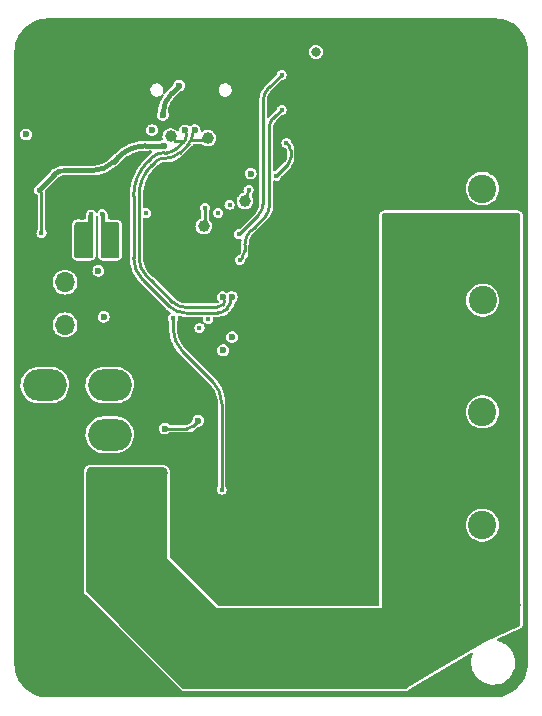
<source format=gbl>
%TF.GenerationSoftware,KiCad,Pcbnew,(7.0.0)*%
%TF.CreationDate,2023-06-13T01:23:37+01:00*%
%TF.ProjectId,flintandsteel,666c696e-7461-46e6-9473-7465656c2e6b,rev?*%
%TF.SameCoordinates,Original*%
%TF.FileFunction,Copper,L4,Bot*%
%TF.FilePolarity,Positive*%
%FSLAX46Y46*%
G04 Gerber Fmt 4.6, Leading zero omitted, Abs format (unit mm)*
G04 Created by KiCad (PCBNEW (7.0.0)) date 2023-06-13 01:23:37*
%MOMM*%
%LPD*%
G01*
G04 APERTURE LIST*
G04 Aperture macros list*
%AMRoundRect*
0 Rectangle with rounded corners*
0 $1 Rounding radius*
0 $2 $3 $4 $5 $6 $7 $8 $9 X,Y pos of 4 corners*
0 Add a 4 corners polygon primitive as box body*
4,1,4,$2,$3,$4,$5,$6,$7,$8,$9,$2,$3,0*
0 Add four circle primitives for the rounded corners*
1,1,$1+$1,$2,$3*
1,1,$1+$1,$4,$5*
1,1,$1+$1,$6,$7*
1,1,$1+$1,$8,$9*
0 Add four rect primitives between the rounded corners*
20,1,$1+$1,$2,$3,$4,$5,0*
20,1,$1+$1,$4,$5,$6,$7,0*
20,1,$1+$1,$6,$7,$8,$9,0*
20,1,$1+$1,$8,$9,$2,$3,0*%
G04 Aperture macros list end*
%TA.AperFunction,ComponentPad*%
%ADD10R,1.700000X1.700000*%
%TD*%
%TA.AperFunction,ComponentPad*%
%ADD11O,1.700000X1.700000*%
%TD*%
%TA.AperFunction,ComponentPad*%
%ADD12R,2.400000X2.400000*%
%TD*%
%TA.AperFunction,ComponentPad*%
%ADD13C,2.400000*%
%TD*%
%TA.AperFunction,ComponentPad*%
%ADD14C,5.600000*%
%TD*%
%TA.AperFunction,ComponentPad*%
%ADD15O,0.900000X2.000000*%
%TD*%
%TA.AperFunction,ComponentPad*%
%ADD16O,0.900000X1.700000*%
%TD*%
%TA.AperFunction,ComponentPad*%
%ADD17RoundRect,0.250001X1.599999X-1.099999X1.599999X1.099999X-1.599999X1.099999X-1.599999X-1.099999X0*%
%TD*%
%TA.AperFunction,ComponentPad*%
%ADD18O,3.700000X2.700000*%
%TD*%
%TA.AperFunction,SMDPad,CuDef*%
%ADD19C,1.000000*%
%TD*%
%TA.AperFunction,ViaPad*%
%ADD20C,0.450000*%
%TD*%
%TA.AperFunction,ViaPad*%
%ADD21C,0.600000*%
%TD*%
%TA.AperFunction,ViaPad*%
%ADD22C,1.000000*%
%TD*%
%TA.AperFunction,ViaPad*%
%ADD23C,0.800000*%
%TD*%
%TA.AperFunction,ViaPad*%
%ADD24C,0.700000*%
%TD*%
%TA.AperFunction,ViaPad*%
%ADD25C,0.650000*%
%TD*%
%TA.AperFunction,Conductor*%
%ADD26C,0.400000*%
%TD*%
%TA.AperFunction,Conductor*%
%ADD27C,0.250000*%
%TD*%
%TA.AperFunction,Conductor*%
%ADD28C,0.261112*%
%TD*%
%TA.AperFunction,Conductor*%
%ADD29C,0.220000*%
%TD*%
G04 APERTURE END LIST*
D10*
%TO.P,BOOTJUMPER1,1,Pin_1*%
%TO.N,GND*%
X107998999Y-93191999D03*
D11*
%TO.P,BOOTJUMPER1,2,Pin_2*%
%TO.N,/BOOT*%
X110538999Y-93191999D03*
%TD*%
D12*
%TO.P,J5,1,Pin_1*%
%TO.N,/DeployV*%
X145883298Y-104067358D03*
D13*
%TO.P,J5,2,Pin_2*%
%TO.N,Net-(J5-Pin_2)*%
X145883299Y-100567359D03*
%TD*%
D14*
%TO.P,H3,1,1*%
%TO.N,GND*%
X109200000Y-70200000D03*
%TD*%
D12*
%TO.P,J4,1,Pin_1*%
%TO.N,/DeployV*%
X145909698Y-94613137D03*
D13*
%TO.P,J4,2,Pin_2*%
%TO.N,Net-(J4-Pin_2)*%
X145909699Y-91113138D03*
%TD*%
D14*
%TO.P,H2,1,1*%
%TO.N,GND*%
X109200000Y-121800000D03*
%TD*%
%TO.P,H1,1,1*%
%TO.N,GND*%
X146800000Y-70200000D03*
%TD*%
D15*
%TO.P,J2,S1,SHIELD*%
%TO.N,GND*%
X125525999Y-73789999D03*
D16*
X125525999Y-69619999D03*
D15*
X116885999Y-73789999D03*
D16*
X116885999Y-69619999D03*
%TD*%
D17*
%TO.P,J1,1,Pin_1*%
%TO.N,GND*%
X108824100Y-110899999D03*
D18*
%TO.P,J1,2,Pin_2*%
X108824099Y-106699998D03*
%TO.P,J1,3,Pin_3*%
X108824099Y-102499998D03*
%TO.P,J1,4,Pin_4*%
%TO.N,RBUS_uC_V*%
X108824099Y-98299998D03*
%TO.P,J1,5,Pin_5*%
%TO.N,/DeployV*%
X114324099Y-110899998D03*
%TO.P,J1,6,Pin_6*%
X114324099Y-106699998D03*
%TO.P,J1,7,Pin_7*%
%TO.N,/CAN+*%
X114324099Y-102499998D03*
%TO.P,J1,8,Pin_8*%
%TO.N,/CAN-*%
X114324099Y-98299998D03*
%TD*%
D12*
%TO.P,J6,1,Pin_1*%
%TO.N,/DeployV*%
X145868881Y-113649139D03*
D13*
%TO.P,J6,2,Pin_2*%
%TO.N,Net-(J6-Pin_2)*%
X145868882Y-110149140D03*
%TD*%
D10*
%TO.P,ENJUMPER1,1,Pin_1*%
%TO.N,GND*%
X107997999Y-89583999D03*
D11*
%TO.P,ENJUMPER1,2,Pin_2*%
%TO.N,/CHIP_PU*%
X110537999Y-89583999D03*
%TD*%
D12*
%TO.P,J3,1,Pin_1*%
%TO.N,/DeployV*%
X145883392Y-85159135D03*
D13*
%TO.P,J3,2,Pin_2*%
%TO.N,Net-(J3-Pin_2)*%
X145883393Y-81659136D03*
%TD*%
D19*
%TO.P,TP10,1,1*%
%TO.N,/RXD*%
X122289000Y-84847000D03*
%TD*%
%TO.P,TP1,1,1*%
%TO.N,/Data-*%
X122630000Y-77380000D03*
%TD*%
%TO.P,TP2,1,1*%
%TO.N,/Data+*%
X119480000Y-77250000D03*
%TD*%
%TO.P,TP9,1,1*%
%TO.N,/TXD*%
X125770000Y-82720000D03*
%TD*%
D20*
%TO.N,VBUS*%
X108328084Y-81755834D03*
D21*
X118910000Y-78020000D03*
X118820000Y-75410000D03*
D20*
X108546000Y-85400000D03*
D21*
X120210000Y-72940000D03*
%TO.N,/Data+*%
X120690000Y-76740000D03*
X124650000Y-90840000D03*
%TO.N,/Data-*%
X123890000Y-90850000D03*
X121520000Y-76730000D03*
D20*
%TO.N,GND*%
X123801000Y-81967000D03*
D22*
X134775000Y-82325000D03*
D21*
X114988000Y-90331000D03*
D22*
X133175000Y-94750000D03*
D21*
X117580000Y-95640000D03*
D20*
X106483000Y-87164999D03*
X124100000Y-124500000D03*
X118870000Y-80020000D03*
D22*
X133400000Y-110075000D03*
D20*
X119090000Y-67490000D03*
X149520000Y-77155999D03*
X126600000Y-124500000D03*
D23*
X112715001Y-79151000D03*
D22*
X130200000Y-106425000D03*
D20*
X125724000Y-83725000D03*
X149520000Y-87156000D03*
D22*
X130925000Y-96975000D03*
X129475000Y-87525000D03*
D21*
X111747999Y-81020000D03*
D20*
X149520000Y-94656000D03*
D22*
X132100000Y-109300000D03*
D20*
X116770000Y-89890000D03*
X129090000Y-67490000D03*
X121731000Y-82581000D03*
X106483000Y-114664999D03*
X149520000Y-99656000D03*
D21*
X116102816Y-75652492D03*
D22*
X134000000Y-105550000D03*
D21*
X140933000Y-73924000D03*
D20*
X149520000Y-102156000D03*
X149517078Y-121774787D03*
X114090000Y-67490000D03*
D21*
X116044000Y-92435000D03*
D22*
X131700000Y-113750000D03*
D20*
X119680000Y-82400000D03*
D22*
X132050000Y-101200000D03*
D21*
X140900000Y-71570000D03*
D20*
X107993000Y-80591000D03*
X120324000Y-79480000D03*
X106483000Y-112164999D03*
D21*
X121480000Y-78430000D03*
D22*
X134725000Y-80700000D03*
D20*
X114100000Y-124500000D03*
D22*
X134750000Y-101225000D03*
D20*
X106483000Y-84664999D03*
X123796000Y-93722000D03*
X107974000Y-74530000D03*
D21*
X118484000Y-99766000D03*
D20*
X136590000Y-67490000D03*
D22*
X131700000Y-104150000D03*
D20*
X123806000Y-80062000D03*
D21*
X120880000Y-88280000D03*
D20*
X139100000Y-124500000D03*
X106483000Y-77164998D03*
D22*
X134750000Y-110825000D03*
D20*
X141600000Y-124500000D03*
D23*
X119922000Y-109648000D03*
D22*
X133400000Y-100475000D03*
D20*
X149520000Y-89656000D03*
X149520000Y-74655999D03*
D21*
X140864000Y-76393000D03*
D20*
X118625000Y-81725000D03*
X134100000Y-124500000D03*
D22*
X134700000Y-99600000D03*
D20*
X106483000Y-97164999D03*
D23*
X111525002Y-76191000D03*
D20*
X149520000Y-82156000D03*
X106483000Y-79664998D03*
X149520000Y-84656000D03*
X141590000Y-67490000D03*
D21*
X120860000Y-86500000D03*
D20*
X149520000Y-112301911D03*
D21*
X122630000Y-86500000D03*
D22*
X133125000Y-113800000D03*
D21*
X126417000Y-95968000D03*
D20*
X144090000Y-67490000D03*
D22*
X132125000Y-80800000D03*
D20*
X110180000Y-80823000D03*
D21*
X128000000Y-74982000D03*
D20*
X106483000Y-99664999D03*
X106483000Y-89664999D03*
X106483000Y-109664999D03*
X149520000Y-107156000D03*
D22*
X128500000Y-115500000D03*
D21*
X125650000Y-94230000D03*
D20*
X106483000Y-74665000D03*
X134090000Y-67490000D03*
X116600000Y-124500000D03*
D21*
X118963000Y-97683000D03*
D22*
X131750000Y-94700000D03*
X134700000Y-109200000D03*
X132075000Y-82300000D03*
D20*
X149520000Y-104656000D03*
X149520000Y-119656001D03*
X109086000Y-81941001D03*
X118653000Y-80842000D03*
D22*
X129500000Y-96975000D03*
X133150000Y-85300000D03*
X132050000Y-105625000D03*
D20*
X139090000Y-67490000D03*
X121730000Y-83165000D03*
D21*
X122575000Y-81487000D03*
D20*
X147600000Y-124375000D03*
D22*
X128525000Y-86250000D03*
D20*
X121600000Y-124500000D03*
X121590000Y-67490000D03*
X122379000Y-82581000D03*
D22*
X134750000Y-113775000D03*
D24*
X128800000Y-105075000D03*
D23*
X112665001Y-76191000D03*
D22*
X134750000Y-90150000D03*
D20*
X149520000Y-92156000D03*
X149520000Y-97156000D03*
D22*
X133425000Y-81575000D03*
X133450000Y-91025000D03*
D20*
X116590000Y-67490000D03*
X106483000Y-102164999D03*
D21*
X124170000Y-89760000D03*
D22*
X132150000Y-90250000D03*
X134750000Y-104175000D03*
D20*
X106483000Y-119664999D03*
X106483000Y-82164998D03*
X116301000Y-79942000D03*
D22*
X134025000Y-86650000D03*
D20*
X119100000Y-124500000D03*
X119520000Y-79610000D03*
D22*
X134050000Y-96100000D03*
X131725000Y-85250000D03*
D20*
X123802000Y-81034000D03*
D22*
X130900000Y-87525000D03*
D20*
X131590000Y-67490000D03*
X149520000Y-79655999D03*
D22*
X132100000Y-99700000D03*
D23*
X111525002Y-76191000D03*
D21*
X119877000Y-80586002D03*
D20*
X149520000Y-109801911D03*
X119075000Y-82250000D03*
X120958000Y-93400000D03*
X118855000Y-102865000D03*
D21*
X116253000Y-101199000D03*
D23*
X111495000Y-79151000D03*
D21*
X120880000Y-90030000D03*
X122640000Y-88300000D03*
D20*
X124090000Y-67490000D03*
X149520000Y-72156001D03*
D21*
X124400000Y-88290000D03*
D20*
X106483000Y-92164999D03*
X111590000Y-67490000D03*
D22*
X132100000Y-96175000D03*
D21*
X119429000Y-99803000D03*
D22*
X132100000Y-91750000D03*
D20*
X106483000Y-94664999D03*
X128406000Y-78028000D03*
X144100000Y-124500000D03*
D22*
X134000000Y-115150000D03*
X132075000Y-86725000D03*
D20*
X122964000Y-82588000D03*
X121972000Y-79479000D03*
D21*
X122620000Y-90030000D03*
D22*
X132050000Y-115225000D03*
D20*
X121730000Y-83750000D03*
X136600000Y-124500000D03*
X149520000Y-114801911D03*
D22*
X134800000Y-94725000D03*
D20*
X122992000Y-79481000D03*
D21*
X128033000Y-72054000D03*
X110091000Y-91653000D03*
D22*
X133125000Y-104200000D03*
D20*
X106483000Y-72165000D03*
D22*
X134775000Y-85275000D03*
D20*
X111600000Y-124500000D03*
D22*
X134800000Y-91775000D03*
D20*
X124358000Y-92644000D03*
X106483000Y-117164999D03*
X106483000Y-107164999D03*
D21*
X124380000Y-86530000D03*
D20*
X106483000Y-104664999D03*
X121176000Y-79478000D03*
X129100000Y-124500000D03*
X126590000Y-67490000D03*
X131600000Y-124500000D03*
D22*
X132050000Y-110800000D03*
X128625000Y-113550000D03*
D20*
X119825000Y-83450000D03*
X149520000Y-117156000D03*
D21*
%TO.N,Net-(JP1-B)*%
X118980000Y-101977000D03*
X121823000Y-101307000D03*
D23*
%TO.N,+3V3*%
X131784230Y-70076879D03*
D21*
X124685841Y-94231212D03*
D20*
X121924000Y-93441000D03*
D21*
X107245000Y-77080000D03*
X126250000Y-80390000D03*
X123920000Y-95360000D03*
D20*
X124470000Y-83020000D03*
X117400000Y-83736000D03*
D21*
X113363000Y-88625000D03*
X117900000Y-76700000D03*
D20*
X122670000Y-92720000D03*
X123520000Y-83716000D03*
D21*
X113809000Y-92510000D03*
D20*
%TO.N,/Power/LX1*%
X112714000Y-87319000D03*
X112750000Y-83850000D03*
X111563000Y-86582000D03*
X112716000Y-86566000D03*
X112280000Y-84687000D03*
X111690000Y-84687000D03*
X111559000Y-87325000D03*
%TO.N,/Power/LX2*%
X114780000Y-84690000D03*
X113771000Y-86574000D03*
X113772000Y-87315000D03*
X114216999Y-84687001D03*
X114929000Y-86570000D03*
X113700000Y-83825000D03*
X114922000Y-87321000D03*
%TO.N,/TXD*%
X126080000Y-81780000D03*
%TO.N,/RXD*%
X122400000Y-83290000D03*
%TO.N,/Cont 3*%
X125263000Y-85508000D03*
X128870000Y-72018000D03*
%TO.N,/Cont 1*%
X129289000Y-77824000D03*
X128429000Y-80570000D03*
%TO.N,/Cont 2*%
X125331000Y-87685000D03*
X128878000Y-74980000D03*
D25*
%TO.N,/DeployV*%
X116000000Y-108800000D03*
D22*
X118700000Y-113200000D03*
X117400000Y-109900000D03*
X118700000Y-111200000D03*
X144800000Y-115900000D03*
X143475000Y-112750000D03*
X118710000Y-105750000D03*
X116100000Y-113200000D03*
X118700000Y-108300000D03*
X117400000Y-107000000D03*
X143500000Y-116900000D03*
X142100000Y-115800000D03*
X143500000Y-114945911D03*
X112900000Y-113200000D03*
X148600000Y-116900000D03*
X147000000Y-115900000D03*
X148400000Y-112745911D03*
X140200000Y-116800000D03*
X148200000Y-114745911D03*
D25*
X112900000Y-108800000D03*
D20*
%TO.N,/DeployV_SNS*%
X119690000Y-92640000D03*
X123800000Y-107145000D03*
%TD*%
D26*
%TO.N,VBUS*%
X120210000Y-72940000D02*
X119576605Y-73573395D01*
D27*
X108546000Y-81973749D02*
X108328084Y-81755834D01*
D26*
X115030000Y-79020000D02*
X114665000Y-79385000D01*
X109598993Y-80484925D02*
X108328084Y-81755834D01*
X112890554Y-80120000D02*
X110480000Y-80120000D01*
X118910000Y-78020000D02*
X117395929Y-78040000D01*
D27*
X108546000Y-85371000D02*
X108546000Y-81973749D01*
D26*
X119576607Y-73573397D02*
G75*
G03*
X118820000Y-75400000I1826593J-1826603D01*
G01*
X110480000Y-80119991D02*
G75*
G03*
X109598993Y-80484925I0J-1245909D01*
G01*
X117395929Y-78040013D02*
G75*
G03*
X115030001Y-79020001I-29J-3345887D01*
G01*
X112890554Y-80119980D02*
G75*
G03*
X114665000Y-79385000I46J2509380D01*
G01*
D28*
%TO.N,/Data+*%
X124214160Y-91844160D02*
X124248137Y-91810183D01*
X124163366Y-91894955D02*
X124214160Y-91844160D01*
X120723708Y-77477971D02*
X120575840Y-77625840D01*
X120575840Y-77625840D02*
X119855840Y-77625840D01*
X119855840Y-77625840D02*
X119480000Y-77250000D01*
X116347844Y-82280000D02*
X116347844Y-87520000D01*
X120752458Y-92182156D02*
X123470000Y-92182156D01*
X117122949Y-89391269D02*
X119320840Y-91589160D01*
X119180000Y-78617844D02*
X118940314Y-78617844D01*
X120575840Y-77625840D02*
X119869391Y-78332289D01*
X117842552Y-79072552D02*
X117558934Y-79356170D01*
X120690000Y-76740000D02*
X120717825Y-76767825D01*
X117558927Y-79356163D02*
G75*
G03*
X116347844Y-82280000I2923873J-2923837D01*
G01*
X119180000Y-78617844D02*
G75*
G03*
X119869391Y-78332289I0J974944D01*
G01*
X123470000Y-92182159D02*
G75*
G03*
X124163365Y-91894954I0J980559D01*
G01*
X120867828Y-77130000D02*
G75*
G03*
X120717825Y-76767825I-512228J0D01*
G01*
X118940314Y-78617850D02*
G75*
G03*
X117842552Y-79072552I-14J-1552450D01*
G01*
X119320852Y-91589148D02*
G75*
G03*
X120752458Y-92182156I1431648J1431648D01*
G01*
X124248128Y-91810174D02*
G75*
G03*
X124650000Y-90840000I-970128J970174D01*
G01*
X120723716Y-77477979D02*
G75*
G03*
X120867843Y-77130000I-348016J347979D01*
G01*
X116347839Y-87520000D02*
G75*
G03*
X117122949Y-89391269I2646361J0D01*
G01*
%TO.N,/Data-*%
X123905840Y-91495840D02*
X123942746Y-91458934D01*
X121520000Y-76730000D02*
X121432677Y-76817323D01*
X117980872Y-79590872D02*
X117858965Y-79712778D01*
X123915650Y-90875649D02*
X123890000Y-90850000D01*
X118160872Y-79410872D02*
X117980872Y-79590872D01*
X117437122Y-89048803D02*
X117789160Y-89400840D01*
X121002529Y-77855791D02*
X120897660Y-77960660D01*
X120897660Y-77960660D02*
X120244160Y-78614160D01*
X120787820Y-91717844D02*
X123369875Y-91717844D01*
X122453352Y-77556648D02*
X122630000Y-77380000D01*
X116812156Y-82240000D02*
X116812156Y-87540000D01*
X119114318Y-79082156D02*
X118954462Y-79082156D01*
X121216648Y-77556648D02*
X122453352Y-77556648D01*
X117789160Y-89400840D02*
X119624160Y-91235840D01*
X124050000Y-91200000D02*
G75*
G03*
X123915649Y-90875650I-458700J0D01*
G01*
X118954462Y-79082141D02*
G75*
G03*
X118160872Y-79410872I38J-1122359D01*
G01*
X123369875Y-91717833D02*
G75*
G03*
X123905840Y-91495840I25J757933D01*
G01*
X119624154Y-91235846D02*
G75*
G03*
X120787820Y-91717844I1163646J1163646D01*
G01*
X121002537Y-77855799D02*
G75*
G03*
X121332157Y-77060000I-795837J795799D01*
G01*
X117858963Y-79712776D02*
G75*
G03*
X116812156Y-82240000I2527237J-2527224D01*
G01*
X121432668Y-76817314D02*
G75*
G03*
X121332157Y-77060000I242732J-242686D01*
G01*
X123942749Y-91458937D02*
G75*
G03*
X124050000Y-91200000I-258949J258937D01*
G01*
X116812149Y-87540000D02*
G75*
G03*
X117437123Y-89048802I2133751J0D01*
G01*
X119114318Y-79082163D02*
G75*
G03*
X120244160Y-78614160I-18J1597863D01*
G01*
D27*
%TO.N,Net-(JP1-B)*%
X120883593Y-101977000D02*
X118980000Y-101977000D01*
X121823000Y-101307000D02*
X121343500Y-101786500D01*
X120883593Y-101976996D02*
G75*
G03*
X121343499Y-101786499I7J650396D01*
G01*
%TO.N,/TXD*%
X126080000Y-81780000D02*
X126080000Y-81802599D01*
X126080000Y-81780000D02*
X126080000Y-81807036D01*
X125700000Y-82720000D02*
G75*
G03*
X126080000Y-81802599I-917400J917400D01*
G01*
%TO.N,/RXD*%
X122400000Y-83290000D02*
X122400000Y-84736000D01*
X122400000Y-84736000D02*
X122289000Y-84847000D01*
D29*
%TO.N,/Cont 3*%
X127799368Y-73088632D02*
X128870000Y-72018000D01*
X127315000Y-82923072D02*
X127315000Y-74258000D01*
X125300000Y-85508000D02*
X126912000Y-83896000D01*
X125263000Y-85508000D02*
X125300000Y-85508000D01*
X126912008Y-83896008D02*
G75*
G03*
X127315000Y-82923072I-972908J972908D01*
G01*
X127799376Y-73088640D02*
G75*
G03*
X127315000Y-74258000I1169324J-1169360D01*
G01*
D27*
%TO.N,/Cont 1*%
X129641000Y-79011518D02*
X129641000Y-78417000D01*
X129470587Y-78005588D02*
X129289000Y-77824000D01*
X128429000Y-80570000D02*
X129396000Y-79603000D01*
X129641006Y-78417000D02*
G75*
G03*
X129470586Y-78005589I-581806J0D01*
G01*
X129395995Y-79602995D02*
G75*
G03*
X129641000Y-79011518I-591495J591495D01*
G01*
D29*
%TO.N,/Cont 2*%
X128410500Y-75447500D02*
X128878000Y-74980000D01*
X127846000Y-83162038D02*
X127846000Y-76467000D01*
X125331000Y-87685000D02*
X125534500Y-87481500D01*
X128167734Y-75690267D02*
X128410500Y-75447500D01*
X126284138Y-85177863D02*
X126506500Y-84955500D01*
X125763000Y-86929853D02*
X125763000Y-86436000D01*
X126506500Y-84955500D02*
X127525000Y-83937000D01*
X127524989Y-83936989D02*
G75*
G03*
X127846000Y-83162038I-774989J774989D01*
G01*
X125534514Y-87481514D02*
G75*
G03*
X125763000Y-86929853I-551614J551614D01*
G01*
X128167727Y-75690260D02*
G75*
G03*
X127846000Y-76467000I776773J-776740D01*
G01*
X126284132Y-85177857D02*
G75*
G03*
X125763000Y-86436000I1258168J-1258143D01*
G01*
D27*
%TO.N,/DeployV_SNS*%
X121070000Y-96010000D02*
X123008040Y-97948041D01*
X119690000Y-92640000D02*
X119690000Y-93530000D01*
X123800000Y-107145000D02*
X123800000Y-99860000D01*
X120467817Y-95407818D02*
X121070000Y-96010000D01*
X119689990Y-93530000D02*
G75*
G03*
X120467818Y-95407817I2655610J0D01*
G01*
X123800004Y-99860000D02*
G75*
G03*
X123008039Y-97948042I-2703904J0D01*
G01*
%TD*%
%TA.AperFunction,Conductor*%
%TO.N,GND*%
G36*
X147005775Y-67254655D02*
G01*
X147304850Y-67271451D01*
X147315873Y-67272693D01*
X147608459Y-67322405D01*
X147619253Y-67324868D01*
X147904444Y-67407030D01*
X147914919Y-67410696D01*
X148189093Y-67524262D01*
X148199087Y-67529075D01*
X148458834Y-67672632D01*
X148468220Y-67678530D01*
X148710257Y-67850265D01*
X148718929Y-67857180D01*
X148940220Y-68054937D01*
X148948066Y-68062784D01*
X149093067Y-68225039D01*
X149145813Y-68284062D01*
X149152727Y-68292731D01*
X149324468Y-68534777D01*
X149330368Y-68544167D01*
X149473919Y-68803904D01*
X149478736Y-68813906D01*
X149592303Y-69088079D01*
X149595970Y-69098558D01*
X149678127Y-69383730D01*
X149680597Y-69394554D01*
X149730305Y-69687119D01*
X149731548Y-69698151D01*
X149748340Y-69997175D01*
X149748496Y-70002732D01*
X149745768Y-117178853D01*
X149745503Y-121755116D01*
X149745500Y-121755125D01*
X149745500Y-121755150D01*
X149745500Y-121797227D01*
X149745344Y-121802778D01*
X149727290Y-122124239D01*
X149726047Y-122135271D01*
X149672582Y-122449949D01*
X149670112Y-122460773D01*
X149581745Y-122767499D01*
X149578078Y-122777977D01*
X149455932Y-123072866D01*
X149451115Y-123082869D01*
X149296716Y-123362231D01*
X149290810Y-123371631D01*
X149106102Y-123631954D01*
X149099180Y-123640634D01*
X148886488Y-123878637D01*
X148878637Y-123886488D01*
X148640634Y-124099180D01*
X148631954Y-124106102D01*
X148371631Y-124290810D01*
X148362231Y-124296716D01*
X148082869Y-124451115D01*
X148072866Y-124455932D01*
X147777977Y-124578078D01*
X147767499Y-124581745D01*
X147460773Y-124670112D01*
X147449949Y-124672582D01*
X147135272Y-124726047D01*
X147124240Y-124727290D01*
X146802782Y-124745342D01*
X146797227Y-124745498D01*
X109114881Y-124743806D01*
X109114879Y-124743805D01*
X109114875Y-124743804D01*
X109114861Y-124743804D01*
X109072773Y-124743804D01*
X109067222Y-124743648D01*
X108760650Y-124726431D01*
X108749618Y-124725188D01*
X108449644Y-124674221D01*
X108438820Y-124671751D01*
X108438469Y-124671650D01*
X108366749Y-124650987D01*
X108146429Y-124587514D01*
X108135950Y-124583847D01*
X107854834Y-124467405D01*
X107844832Y-124462588D01*
X107578526Y-124315405D01*
X107569126Y-124309499D01*
X107320967Y-124133421D01*
X107312287Y-124126499D01*
X107085400Y-123923741D01*
X107077562Y-123915903D01*
X106874798Y-123689010D01*
X106867883Y-123680339D01*
X106691801Y-123432175D01*
X106685894Y-123422774D01*
X106538712Y-123156467D01*
X106533895Y-123146465D01*
X106458808Y-122965189D01*
X106417451Y-122865346D01*
X106413786Y-122854871D01*
X106391633Y-122777977D01*
X106329545Y-122562465D01*
X106327082Y-122551671D01*
X106276111Y-122251679D01*
X106274869Y-122240649D01*
X106257654Y-121934123D01*
X106257498Y-121928572D01*
X106257498Y-121886452D01*
X106257498Y-121886426D01*
X106257494Y-121886417D01*
X106257139Y-115743631D01*
X112144499Y-115743631D01*
X112144737Y-115746055D01*
X112144738Y-115746059D01*
X112148209Y-115781302D01*
X112148210Y-115781314D01*
X112148448Y-115783722D01*
X112148919Y-115786093D01*
X112148921Y-115786102D01*
X112156938Y-115826408D01*
X112156940Y-115826415D01*
X112157887Y-115831175D01*
X112159745Y-115835661D01*
X112159747Y-115835667D01*
X112182918Y-115891607D01*
X112188571Y-115905254D01*
X112215450Y-115945481D01*
X112216993Y-115947361D01*
X112239465Y-115974743D01*
X112239472Y-115974751D01*
X112241007Y-115976621D01*
X120406923Y-124142534D01*
X120438062Y-124168090D01*
X120478290Y-124194970D01*
X120552370Y-124225655D01*
X120599823Y-124235094D01*
X120639914Y-124239043D01*
X139267640Y-124239043D01*
X139268439Y-124239043D01*
X139282203Y-124238582D01*
X139298768Y-124237470D01*
X139312459Y-124236089D01*
X139393565Y-124225155D01*
X139420522Y-124219662D01*
X139452469Y-124210890D01*
X139478461Y-124201843D01*
X139553782Y-124169820D01*
X139566260Y-124164014D01*
X139581058Y-124156516D01*
X139593122Y-124149886D01*
X144937707Y-120975286D01*
X144995473Y-120961667D01*
X145050650Y-120983536D01*
X145083403Y-121033033D01*
X145081960Y-121092369D01*
X145002168Y-121326259D01*
X145002164Y-121326272D01*
X145001002Y-121329680D01*
X145000346Y-121333227D01*
X145000344Y-121333238D01*
X144952351Y-121593067D01*
X144952349Y-121593079D01*
X144951694Y-121596629D01*
X144951562Y-121600234D01*
X144951561Y-121600246D01*
X144944160Y-121802778D01*
X144941780Y-121867911D01*
X144942174Y-121871496D01*
X144942175Y-121871509D01*
X144971074Y-122134155D01*
X144971075Y-122134165D01*
X144971470Y-122137747D01*
X144972381Y-122141232D01*
X144972383Y-122141242D01*
X145039218Y-122396890D01*
X145039220Y-122396896D01*
X145040132Y-122400384D01*
X145146303Y-122650224D01*
X145148184Y-122653306D01*
X145271196Y-122854871D01*
X145287719Y-122881944D01*
X145461368Y-123090604D01*
X145663546Y-123271757D01*
X145889947Y-123421542D01*
X146135743Y-123536767D01*
X146395697Y-123614975D01*
X146664268Y-123654500D01*
X146865974Y-123654500D01*
X146867781Y-123654500D01*
X147070740Y-123639645D01*
X147335709Y-123580621D01*
X147589261Y-123483646D01*
X147825991Y-123350786D01*
X148040853Y-123184875D01*
X148229269Y-122989447D01*
X148387223Y-122768668D01*
X148511348Y-122527244D01*
X148598998Y-122270320D01*
X148648306Y-122003371D01*
X148658220Y-121732089D01*
X148628530Y-121462253D01*
X148559868Y-121199616D01*
X148453697Y-120949776D01*
X148312281Y-120718056D01*
X148138632Y-120509396D01*
X147936454Y-120328243D01*
X147823253Y-120253350D01*
X147713072Y-120180455D01*
X147713068Y-120180453D01*
X147710053Y-120178458D01*
X147706775Y-120176921D01*
X147706771Y-120176919D01*
X147467532Y-120064768D01*
X147467528Y-120064766D01*
X147464257Y-120063233D01*
X147460806Y-120062195D01*
X147460799Y-120062192D01*
X147207768Y-119986067D01*
X147207762Y-119986065D01*
X147204303Y-119985025D01*
X147187345Y-119982529D01*
X147158514Y-119978286D01*
X147112397Y-119958679D01*
X147081790Y-119919000D01*
X147074535Y-119869416D01*
X147092490Y-119822631D01*
X147131053Y-119790634D01*
X149106789Y-118868402D01*
X149155410Y-118836652D01*
X149207555Y-118790895D01*
X149245352Y-118746814D01*
X149269309Y-118693919D01*
X149288716Y-118627314D01*
X149296921Y-118569827D01*
X149296921Y-117179811D01*
X149296288Y-117163692D01*
X149296208Y-117162677D01*
X149296159Y-117161841D01*
X149296160Y-117150156D01*
X149296211Y-117149278D01*
X149296288Y-117148310D01*
X149296921Y-117132191D01*
X149296921Y-116977835D01*
X149297643Y-116965902D01*
X149304923Y-116905946D01*
X149305645Y-116900000D01*
X149297643Y-116834098D01*
X149296921Y-116822165D01*
X149296921Y-114826684D01*
X149296921Y-114825719D01*
X149296288Y-114809600D01*
X149296211Y-114808629D01*
X149296159Y-114807731D01*
X149296159Y-114796087D01*
X149296210Y-114795211D01*
X149296288Y-114794226D01*
X149296921Y-114778103D01*
X149296921Y-112325722D01*
X149296288Y-112309600D01*
X149296209Y-112308606D01*
X149296159Y-112307745D01*
X149296159Y-112296072D01*
X149296210Y-112295188D01*
X149296288Y-112294209D01*
X149296921Y-112278098D01*
X149296921Y-112246274D01*
X149296919Y-112246258D01*
X149296918Y-112246228D01*
X149296918Y-109821827D01*
X149296918Y-109820862D01*
X149296326Y-109805789D01*
X149296326Y-109798024D01*
X149296918Y-109782960D01*
X149296918Y-107174951D01*
X149296326Y-107159878D01*
X149296326Y-107152112D01*
X149296918Y-107137049D01*
X149296918Y-104674951D01*
X149296325Y-104659880D01*
X149296325Y-104652136D01*
X149296917Y-104637048D01*
X149296917Y-102174944D01*
X149296325Y-102159871D01*
X149296325Y-102152131D01*
X149296917Y-102137055D01*
X149296917Y-99674944D01*
X149296325Y-99659871D01*
X149296325Y-99652130D01*
X149296917Y-99637055D01*
X149296917Y-97174945D01*
X149296325Y-97159874D01*
X149296325Y-97152128D01*
X149296917Y-97137055D01*
X149296917Y-94674945D01*
X149296325Y-94659875D01*
X149296325Y-94652110D01*
X149296878Y-94638015D01*
X149296916Y-94637055D01*
X149296916Y-92174937D01*
X149296324Y-92159862D01*
X149296324Y-92152138D01*
X149296916Y-92137062D01*
X149296916Y-89674939D01*
X149296324Y-89659864D01*
X149296324Y-89652137D01*
X149296916Y-89637062D01*
X149296916Y-87174938D01*
X149296324Y-87159867D01*
X149296324Y-87152135D01*
X149296916Y-87137062D01*
X149296916Y-84674939D01*
X149296324Y-84659868D01*
X149296324Y-84652133D01*
X149296916Y-84637062D01*
X149296916Y-83927154D01*
X149295926Y-83907012D01*
X149294725Y-83894818D01*
X149291766Y-83874867D01*
X149280168Y-83816563D01*
X149268475Y-83778016D01*
X149259143Y-83755486D01*
X149244614Y-83728304D01*
X149241292Y-83722089D01*
X149241288Y-83722083D01*
X149240151Y-83719955D01*
X149210609Y-83675743D01*
X149185053Y-83644604D01*
X149167810Y-83627361D01*
X149136671Y-83601805D01*
X149101234Y-83578126D01*
X149094484Y-83573616D01*
X149094482Y-83573615D01*
X149092459Y-83572263D01*
X149090306Y-83571112D01*
X149059066Y-83554414D01*
X149059060Y-83554411D01*
X149056925Y-83553270D01*
X149054680Y-83552340D01*
X149054674Y-83552337D01*
X149036630Y-83544864D01*
X149036627Y-83544863D01*
X149034394Y-83543938D01*
X149032088Y-83543238D01*
X149032081Y-83543236D01*
X148998160Y-83532947D01*
X148998149Y-83532944D01*
X148995847Y-83532246D01*
X148993483Y-83531775D01*
X148993476Y-83531774D01*
X148938726Y-83520884D01*
X148938721Y-83520883D01*
X148937544Y-83520649D01*
X148936368Y-83520474D01*
X148936342Y-83520470D01*
X148918792Y-83517867D01*
X148918786Y-83517866D01*
X148917598Y-83517690D01*
X148916415Y-83517573D01*
X148916395Y-83517571D01*
X148906629Y-83516609D01*
X148906606Y-83516607D01*
X148905405Y-83516489D01*
X148904195Y-83516429D01*
X148904188Y-83516429D01*
X148886450Y-83515557D01*
X148886432Y-83515556D01*
X148885261Y-83515499D01*
X137547574Y-83515499D01*
X137546410Y-83515556D01*
X137546374Y-83515557D01*
X137528656Y-83516427D01*
X137528629Y-83516428D01*
X137527447Y-83516487D01*
X137526271Y-83516602D01*
X137526240Y-83516605D01*
X137516477Y-83517566D01*
X137516451Y-83517569D01*
X137515254Y-83517687D01*
X137514071Y-83517862D01*
X137514042Y-83517866D01*
X137496481Y-83520471D01*
X137496472Y-83520472D01*
X137495289Y-83520648D01*
X137494143Y-83520875D01*
X137494108Y-83520882D01*
X137439361Y-83531772D01*
X137439342Y-83531776D01*
X137436983Y-83532246D01*
X137434663Y-83532949D01*
X137434658Y-83532951D01*
X137400756Y-83543235D01*
X137400751Y-83543236D01*
X137398436Y-83543939D01*
X137396208Y-83544861D01*
X137396199Y-83544865D01*
X137378151Y-83552340D01*
X137378134Y-83552347D01*
X137375908Y-83553270D01*
X137373770Y-83554412D01*
X137373761Y-83554417D01*
X137342526Y-83571112D01*
X137342516Y-83571118D01*
X137340376Y-83572262D01*
X137338360Y-83573608D01*
X137338350Y-83573615D01*
X137298184Y-83600454D01*
X137296161Y-83601806D01*
X137294289Y-83603341D01*
X137294280Y-83603349D01*
X137266899Y-83625821D01*
X137266892Y-83625826D01*
X137265022Y-83627362D01*
X137263319Y-83629064D01*
X137263309Y-83629074D01*
X137249494Y-83642889D01*
X137249484Y-83642899D01*
X137247782Y-83644602D01*
X137246256Y-83646461D01*
X137246240Y-83646479D01*
X137223768Y-83673861D01*
X137223760Y-83673870D01*
X137222225Y-83675742D01*
X137220882Y-83677751D01*
X137220873Y-83677764D01*
X137194035Y-83717929D01*
X137194022Y-83717949D01*
X137192682Y-83719956D01*
X137191542Y-83722089D01*
X137191532Y-83722106D01*
X137174840Y-83753335D01*
X137174834Y-83753346D01*
X137173691Y-83755486D01*
X137172766Y-83757717D01*
X137172757Y-83757738D01*
X137165397Y-83775509D01*
X137164359Y-83778016D01*
X137163658Y-83780325D01*
X137163655Y-83780335D01*
X137153373Y-83814230D01*
X137153369Y-83814243D01*
X137152666Y-83816563D01*
X137152194Y-83818932D01*
X137152191Y-83818947D01*
X137141305Y-83873673D01*
X137141301Y-83873693D01*
X137141068Y-83874867D01*
X137140892Y-83876048D01*
X137140888Y-83876076D01*
X137139533Y-83885216D01*
X137138109Y-83894818D01*
X137137988Y-83896038D01*
X137137988Y-83896045D01*
X137137028Y-83905787D01*
X137137026Y-83905813D01*
X137136908Y-83907012D01*
X137135918Y-83927154D01*
X137135918Y-83928352D01*
X137135918Y-116869043D01*
X137122655Y-116918543D01*
X137086418Y-116954780D01*
X137036918Y-116968043D01*
X123556185Y-116968043D01*
X123518299Y-116960507D01*
X123486181Y-116939047D01*
X119444494Y-112897361D01*
X119423034Y-112865243D01*
X119415498Y-112827361D01*
X119415498Y-105751210D01*
X119415645Y-105750000D01*
X119415498Y-105748789D01*
X119415498Y-105653803D01*
X119414864Y-105637676D01*
X119413337Y-105618278D01*
X119411441Y-105602257D01*
X119396463Y-105507692D01*
X119388936Y-105476340D01*
X119376948Y-105439443D01*
X119364607Y-105409648D01*
X119325622Y-105333136D01*
X119308771Y-105305639D01*
X119285967Y-105274253D01*
X119265026Y-105249735D01*
X119204310Y-105189019D01*
X119202821Y-105187747D01*
X119181272Y-105169341D01*
X119181261Y-105169332D01*
X119179795Y-105168080D01*
X119148410Y-105145276D01*
X119146775Y-105144274D01*
X119146760Y-105144264D01*
X119122562Y-105129436D01*
X119120909Y-105128423D01*
X119044394Y-105089437D01*
X119042603Y-105088695D01*
X119042592Y-105088690D01*
X119016392Y-105077837D01*
X119016381Y-105077833D01*
X119014602Y-105077096D01*
X118997341Y-105071487D01*
X118979547Y-105065706D01*
X118979542Y-105065704D01*
X118977709Y-105065109D01*
X118975842Y-105064660D01*
X118975825Y-105064656D01*
X118948248Y-105058036D01*
X118948231Y-105058032D01*
X118946354Y-105057582D01*
X118944431Y-105057277D01*
X118944429Y-105057277D01*
X118852728Y-105042753D01*
X118852715Y-105042751D01*
X118851773Y-105042602D01*
X118850830Y-105042490D01*
X118850820Y-105042489D01*
X118836708Y-105040819D01*
X118836706Y-105040818D01*
X118835753Y-105040706D01*
X118834828Y-105040633D01*
X118834796Y-105040630D01*
X118817332Y-105039255D01*
X118817288Y-105039252D01*
X118816381Y-105039181D01*
X118815461Y-105039144D01*
X118815430Y-105039143D01*
X118801204Y-105038584D01*
X118801186Y-105038583D01*
X118800254Y-105038547D01*
X118799292Y-105038547D01*
X115779998Y-105038547D01*
X112760714Y-105038546D01*
X112759753Y-105038546D01*
X112758823Y-105038582D01*
X112758800Y-105038583D01*
X112744566Y-105039142D01*
X112744517Y-105039144D01*
X112743624Y-105039180D01*
X112742687Y-105039253D01*
X112742683Y-105039254D01*
X112725152Y-105040634D01*
X112725138Y-105040635D01*
X112724228Y-105040707D01*
X112723338Y-105040812D01*
X112723311Y-105040815D01*
X112709148Y-105042492D01*
X112709138Y-105042493D01*
X112708212Y-105042603D01*
X112707311Y-105042745D01*
X112707258Y-105042753D01*
X112615568Y-105057275D01*
X112615560Y-105057276D01*
X112613644Y-105057580D01*
X112611779Y-105058027D01*
X112611757Y-105058032D01*
X112584172Y-105064654D01*
X112584165Y-105064655D01*
X112582290Y-105065106D01*
X112580451Y-105065703D01*
X112580442Y-105065706D01*
X112547245Y-105076491D01*
X112547224Y-105076498D01*
X112545398Y-105077092D01*
X112543611Y-105077831D01*
X112543598Y-105077837D01*
X112517401Y-105088689D01*
X112517399Y-105088690D01*
X112515601Y-105089435D01*
X112513888Y-105090307D01*
X112513868Y-105090317D01*
X112440810Y-105127543D01*
X112440799Y-105127548D01*
X112439082Y-105128424D01*
X112437442Y-105129428D01*
X112437433Y-105129434D01*
X112413233Y-105144264D01*
X112411585Y-105145274D01*
X112410044Y-105146393D01*
X112410024Y-105146407D01*
X112381774Y-105166933D01*
X112381762Y-105166942D01*
X112380206Y-105168073D01*
X112378743Y-105169322D01*
X112378731Y-105169332D01*
X112357170Y-105187747D01*
X112357150Y-105187764D01*
X112355687Y-105189015D01*
X112354318Y-105190383D01*
X112354305Y-105190396D01*
X112296336Y-105248366D01*
X112296324Y-105248378D01*
X112294967Y-105249736D01*
X112293716Y-105251199D01*
X112293711Y-105251206D01*
X112275300Y-105272762D01*
X112274031Y-105274248D01*
X112272888Y-105275821D01*
X112272879Y-105275833D01*
X112252370Y-105304058D01*
X112252366Y-105304064D01*
X112251230Y-105305628D01*
X112250231Y-105307256D01*
X112250217Y-105307279D01*
X112235400Y-105331459D01*
X112234377Y-105333129D01*
X112233490Y-105334867D01*
X112233487Y-105334875D01*
X112196274Y-105407907D01*
X112196263Y-105407929D01*
X112195388Y-105409648D01*
X112194653Y-105411421D01*
X112194643Y-105411444D01*
X112183792Y-105437642D01*
X112183047Y-105439441D01*
X112182452Y-105441270D01*
X112182445Y-105441291D01*
X112171662Y-105474480D01*
X112171062Y-105476327D01*
X112170615Y-105478187D01*
X112170611Y-105478203D01*
X112163988Y-105505793D01*
X112163534Y-105507685D01*
X112163231Y-105509592D01*
X112163228Y-105509612D01*
X112148706Y-105601307D01*
X112148701Y-105601340D01*
X112148554Y-105602271D01*
X112148444Y-105603197D01*
X112148440Y-105603229D01*
X112146775Y-105617303D01*
X112146657Y-105618300D01*
X112146582Y-105619250D01*
X112146580Y-105619274D01*
X112145208Y-105636714D01*
X112145206Y-105636737D01*
X112145132Y-105637686D01*
X112145095Y-105638626D01*
X112145094Y-105638650D01*
X112144536Y-105652844D01*
X112144536Y-105652852D01*
X112144499Y-105653802D01*
X112144499Y-115743631D01*
X106257139Y-115743631D01*
X106256378Y-102562634D01*
X112269818Y-102562634D01*
X112270298Y-102566593D01*
X112270299Y-102566600D01*
X112299511Y-102807184D01*
X112299512Y-102807192D01*
X112299993Y-102811148D01*
X112301103Y-102814982D01*
X112301104Y-102814984D01*
X112368529Y-103047766D01*
X112368531Y-103047772D01*
X112369641Y-103051603D01*
X112476959Y-103277771D01*
X112479223Y-103281051D01*
X112479226Y-103281056D01*
X112616895Y-103480503D01*
X112619168Y-103483796D01*
X112621933Y-103486675D01*
X112621935Y-103486677D01*
X112711772Y-103580207D01*
X112792584Y-103664340D01*
X112992715Y-103814729D01*
X113214379Y-103931068D01*
X113451834Y-104010342D01*
X113698931Y-104050499D01*
X114884580Y-104050499D01*
X114886581Y-104050499D01*
X115073627Y-104035399D01*
X115316691Y-103975489D01*
X115546997Y-103877365D01*
X115758581Y-103743567D01*
X115945962Y-103577562D01*
X116104288Y-103383649D01*
X116229457Y-103166849D01*
X116318228Y-102932779D01*
X116368302Y-102687499D01*
X116378382Y-102437364D01*
X116348207Y-102188850D01*
X116286844Y-101977000D01*
X118474353Y-101977000D01*
X118475361Y-101984011D01*
X118493826Y-102112443D01*
X118493827Y-102112446D01*
X118494835Y-102119457D01*
X118497777Y-102125899D01*
X118497778Y-102125902D01*
X118545776Y-102231001D01*
X118554623Y-102250373D01*
X118648872Y-102359143D01*
X118769947Y-102436953D01*
X118908039Y-102477500D01*
X119044883Y-102477500D01*
X119051961Y-102477500D01*
X119190053Y-102436953D01*
X119311128Y-102359143D01*
X119330603Y-102336666D01*
X119364295Y-102311446D01*
X119405421Y-102302500D01*
X120912030Y-102302500D01*
X120912068Y-102302500D01*
X120912080Y-102302497D01*
X120912109Y-102302496D01*
X120960395Y-102302497D01*
X121112116Y-102278468D01*
X121258209Y-102231001D01*
X121395078Y-102161263D01*
X121519353Y-102070973D01*
X121573663Y-102016663D01*
X121610117Y-101980209D01*
X121610118Y-101980206D01*
X121753829Y-101836496D01*
X121785948Y-101815036D01*
X121823833Y-101807500D01*
X121887883Y-101807500D01*
X121894961Y-101807500D01*
X122033053Y-101766953D01*
X122154128Y-101689143D01*
X122248377Y-101580373D01*
X122308165Y-101449457D01*
X122328647Y-101307000D01*
X122308165Y-101164543D01*
X122248377Y-101033627D01*
X122154128Y-100924857D01*
X122148174Y-100921030D01*
X122148171Y-100921028D01*
X122039010Y-100850875D01*
X122039008Y-100850874D01*
X122033053Y-100847047D01*
X121894961Y-100806500D01*
X121751039Y-100806500D01*
X121744248Y-100808493D01*
X121744247Y-100808494D01*
X121619740Y-100845052D01*
X121619737Y-100845053D01*
X121612947Y-100847047D01*
X121606994Y-100850872D01*
X121606989Y-100850875D01*
X121497828Y-100921028D01*
X121497822Y-100921033D01*
X121491872Y-100924857D01*
X121487236Y-100930206D01*
X121487235Y-100930208D01*
X121402263Y-101028271D01*
X121402260Y-101028275D01*
X121397623Y-101033627D01*
X121394680Y-101040070D01*
X121394678Y-101040074D01*
X121340778Y-101158097D01*
X121340776Y-101158102D01*
X121337835Y-101164543D01*
X121336827Y-101171551D01*
X121336826Y-101171556D01*
X121318360Y-101299991D01*
X121318360Y-101299996D01*
X121317353Y-101307000D01*
X121318051Y-101311859D01*
X121310823Y-101348192D01*
X121289364Y-101380307D01*
X121117935Y-101551738D01*
X121108198Y-101560277D01*
X121056384Y-101600035D01*
X121034003Y-101612957D01*
X120994701Y-101629236D01*
X120979728Y-101635438D01*
X120954766Y-101642126D01*
X120889999Y-101650653D01*
X120877080Y-101651500D01*
X119405421Y-101651500D01*
X119364295Y-101642554D01*
X119330603Y-101617333D01*
X119311128Y-101594857D01*
X119305174Y-101591030D01*
X119305171Y-101591028D01*
X119196010Y-101520875D01*
X119196008Y-101520874D01*
X119190053Y-101517047D01*
X119051961Y-101476500D01*
X118908039Y-101476500D01*
X118901248Y-101478493D01*
X118901247Y-101478494D01*
X118776740Y-101515052D01*
X118776737Y-101515053D01*
X118769947Y-101517047D01*
X118763994Y-101520872D01*
X118763989Y-101520875D01*
X118654828Y-101591028D01*
X118654822Y-101591033D01*
X118648872Y-101594857D01*
X118644238Y-101600205D01*
X118644235Y-101600208D01*
X118559263Y-101698271D01*
X118559260Y-101698275D01*
X118554623Y-101703627D01*
X118551680Y-101710070D01*
X118551678Y-101710074D01*
X118497778Y-101828097D01*
X118497776Y-101828102D01*
X118494835Y-101834543D01*
X118493827Y-101841551D01*
X118493826Y-101841556D01*
X118478984Y-101944792D01*
X118474353Y-101977000D01*
X116286844Y-101977000D01*
X116278559Y-101948395D01*
X116171241Y-101722227D01*
X116162852Y-101710074D01*
X116056735Y-101556337D01*
X116029032Y-101516202D01*
X115992813Y-101478494D01*
X115858372Y-101338527D01*
X115858370Y-101338525D01*
X115855616Y-101335658D01*
X115852438Y-101333270D01*
X115852436Y-101333268D01*
X115658669Y-101187662D01*
X115655485Y-101185269D01*
X115651957Y-101183417D01*
X115651955Y-101183416D01*
X115437351Y-101070782D01*
X115437343Y-101070778D01*
X115433821Y-101068930D01*
X115347387Y-101040074D01*
X115200153Y-100990920D01*
X115200149Y-100990919D01*
X115196366Y-100989656D01*
X115192434Y-100989017D01*
X115192426Y-100989015D01*
X114953206Y-100950138D01*
X114953195Y-100950137D01*
X114949269Y-100949499D01*
X113761619Y-100949499D01*
X113759648Y-100949658D01*
X113759625Y-100949659D01*
X113578553Y-100964277D01*
X113578544Y-100964278D01*
X113574573Y-100964599D01*
X113570695Y-100965554D01*
X113570694Y-100965555D01*
X113335387Y-101023553D01*
X113335385Y-101023553D01*
X113331509Y-101024509D01*
X113327845Y-101026069D01*
X113327836Y-101026073D01*
X113104872Y-101121069D01*
X113104864Y-101121073D01*
X113101203Y-101122633D01*
X113097843Y-101124757D01*
X113097831Y-101124764D01*
X112892996Y-101254295D01*
X112892991Y-101254298D01*
X112889619Y-101256431D01*
X112886633Y-101259075D01*
X112886628Y-101259080D01*
X112705224Y-101419790D01*
X112705219Y-101419794D01*
X112702238Y-101422436D01*
X112699721Y-101425518D01*
X112699713Y-101425527D01*
X112550754Y-101607969D01*
X112543912Y-101616349D01*
X112541927Y-101619785D01*
X112541920Y-101619797D01*
X112420735Y-101829697D01*
X112420730Y-101829706D01*
X112418743Y-101833149D01*
X112417333Y-101836865D01*
X112417329Y-101836875D01*
X112331387Y-102063486D01*
X112331384Y-102063494D01*
X112329972Y-102067219D01*
X112329173Y-102071128D01*
X112329172Y-102071135D01*
X112296290Y-102232204D01*
X112279898Y-102312499D01*
X112279737Y-102316483D01*
X112279737Y-102316487D01*
X112269978Y-102558644D01*
X112269978Y-102558653D01*
X112269818Y-102562634D01*
X106256378Y-102562634D01*
X106256135Y-98362634D01*
X106769818Y-98362634D01*
X106770298Y-98366593D01*
X106770299Y-98366600D01*
X106799511Y-98607184D01*
X106799512Y-98607192D01*
X106799993Y-98611148D01*
X106801103Y-98614982D01*
X106801104Y-98614984D01*
X106868529Y-98847766D01*
X106868531Y-98847772D01*
X106869641Y-98851603D01*
X106976959Y-99077771D01*
X106979223Y-99081051D01*
X106979226Y-99081056D01*
X107116895Y-99280503D01*
X107119168Y-99283796D01*
X107121933Y-99286675D01*
X107121935Y-99286677D01*
X107245148Y-99414955D01*
X107292584Y-99464340D01*
X107492715Y-99614729D01*
X107714379Y-99731068D01*
X107951834Y-99810342D01*
X108198931Y-99850499D01*
X109384580Y-99850499D01*
X109386581Y-99850499D01*
X109573627Y-99835399D01*
X109816691Y-99775489D01*
X110046997Y-99677365D01*
X110258581Y-99543567D01*
X110445962Y-99377562D01*
X110604288Y-99183649D01*
X110729457Y-98966849D01*
X110818228Y-98732779D01*
X110868302Y-98487499D01*
X110873334Y-98362634D01*
X112269818Y-98362634D01*
X112270298Y-98366593D01*
X112270299Y-98366600D01*
X112299511Y-98607184D01*
X112299512Y-98607192D01*
X112299993Y-98611148D01*
X112301103Y-98614982D01*
X112301104Y-98614984D01*
X112368529Y-98847766D01*
X112368531Y-98847772D01*
X112369641Y-98851603D01*
X112476959Y-99077771D01*
X112479223Y-99081051D01*
X112479226Y-99081056D01*
X112616895Y-99280503D01*
X112619168Y-99283796D01*
X112621933Y-99286675D01*
X112621935Y-99286677D01*
X112745148Y-99414955D01*
X112792584Y-99464340D01*
X112992715Y-99614729D01*
X113214379Y-99731068D01*
X113451834Y-99810342D01*
X113698931Y-99850499D01*
X114884580Y-99850499D01*
X114886581Y-99850499D01*
X115073627Y-99835399D01*
X115316691Y-99775489D01*
X115546997Y-99677365D01*
X115758581Y-99543567D01*
X115945962Y-99377562D01*
X116104288Y-99183649D01*
X116229457Y-98966849D01*
X116318228Y-98732779D01*
X116368302Y-98487499D01*
X116378382Y-98237364D01*
X116348207Y-97988850D01*
X116278559Y-97748395D01*
X116171241Y-97522227D01*
X116029032Y-97316202D01*
X115938968Y-97222436D01*
X115858372Y-97138527D01*
X115858370Y-97138525D01*
X115855616Y-97135658D01*
X115852438Y-97133270D01*
X115852436Y-97133268D01*
X115658669Y-96987662D01*
X115655485Y-96985269D01*
X115651957Y-96983417D01*
X115651955Y-96983416D01*
X115437351Y-96870782D01*
X115437343Y-96870778D01*
X115433821Y-96868930D01*
X115430038Y-96867667D01*
X115200153Y-96790920D01*
X115200149Y-96790919D01*
X115196366Y-96789656D01*
X115192434Y-96789017D01*
X115192426Y-96789015D01*
X114953206Y-96750138D01*
X114953195Y-96750137D01*
X114949269Y-96749499D01*
X113761619Y-96749499D01*
X113759648Y-96749658D01*
X113759625Y-96749659D01*
X113578553Y-96764277D01*
X113578544Y-96764278D01*
X113574573Y-96764599D01*
X113570695Y-96765554D01*
X113570694Y-96765555D01*
X113335387Y-96823553D01*
X113335385Y-96823553D01*
X113331509Y-96824509D01*
X113327845Y-96826069D01*
X113327836Y-96826073D01*
X113104872Y-96921069D01*
X113104864Y-96921073D01*
X113101203Y-96922633D01*
X113097843Y-96924757D01*
X113097831Y-96924764D01*
X112892996Y-97054295D01*
X112892991Y-97054298D01*
X112889619Y-97056431D01*
X112886633Y-97059075D01*
X112886628Y-97059080D01*
X112705224Y-97219790D01*
X112705219Y-97219794D01*
X112702238Y-97222436D01*
X112699721Y-97225518D01*
X112699713Y-97225527D01*
X112546432Y-97413262D01*
X112543912Y-97416349D01*
X112541927Y-97419785D01*
X112541920Y-97419797D01*
X112420735Y-97629697D01*
X112420730Y-97629706D01*
X112418743Y-97633149D01*
X112417333Y-97636865D01*
X112417329Y-97636875D01*
X112331387Y-97863486D01*
X112331384Y-97863494D01*
X112329972Y-97867219D01*
X112329173Y-97871128D01*
X112329172Y-97871135D01*
X112280697Y-98108584D01*
X112279898Y-98112499D01*
X112279737Y-98116483D01*
X112279737Y-98116487D01*
X112269978Y-98358644D01*
X112269978Y-98358653D01*
X112269818Y-98362634D01*
X110873334Y-98362634D01*
X110878382Y-98237364D01*
X110848207Y-97988850D01*
X110778559Y-97748395D01*
X110671241Y-97522227D01*
X110529032Y-97316202D01*
X110438968Y-97222436D01*
X110358372Y-97138527D01*
X110358370Y-97138525D01*
X110355616Y-97135658D01*
X110352438Y-97133270D01*
X110352436Y-97133268D01*
X110158669Y-96987662D01*
X110155485Y-96985269D01*
X110151957Y-96983417D01*
X110151955Y-96983416D01*
X109937351Y-96870782D01*
X109937343Y-96870778D01*
X109933821Y-96868930D01*
X109930038Y-96867667D01*
X109700153Y-96790920D01*
X109700149Y-96790919D01*
X109696366Y-96789656D01*
X109692434Y-96789017D01*
X109692426Y-96789015D01*
X109453206Y-96750138D01*
X109453195Y-96750137D01*
X109449269Y-96749499D01*
X108261619Y-96749499D01*
X108259648Y-96749658D01*
X108259625Y-96749659D01*
X108078553Y-96764277D01*
X108078544Y-96764278D01*
X108074573Y-96764599D01*
X108070695Y-96765554D01*
X108070694Y-96765555D01*
X107835387Y-96823553D01*
X107835385Y-96823553D01*
X107831509Y-96824509D01*
X107827845Y-96826069D01*
X107827836Y-96826073D01*
X107604872Y-96921069D01*
X107604864Y-96921073D01*
X107601203Y-96922633D01*
X107597843Y-96924757D01*
X107597831Y-96924764D01*
X107392996Y-97054295D01*
X107392991Y-97054298D01*
X107389619Y-97056431D01*
X107386633Y-97059075D01*
X107386628Y-97059080D01*
X107205224Y-97219790D01*
X107205219Y-97219794D01*
X107202238Y-97222436D01*
X107199721Y-97225518D01*
X107199713Y-97225527D01*
X107046432Y-97413262D01*
X107043912Y-97416349D01*
X107041927Y-97419785D01*
X107041920Y-97419797D01*
X106920735Y-97629697D01*
X106920730Y-97629706D01*
X106918743Y-97633149D01*
X106917333Y-97636865D01*
X106917329Y-97636875D01*
X106831387Y-97863486D01*
X106831384Y-97863494D01*
X106829972Y-97867219D01*
X106829173Y-97871128D01*
X106829172Y-97871135D01*
X106780697Y-98108584D01*
X106779898Y-98112499D01*
X106779737Y-98116483D01*
X106779737Y-98116487D01*
X106769978Y-98358644D01*
X106769978Y-98358653D01*
X106769818Y-98362634D01*
X106256135Y-98362634D01*
X106255836Y-93192000D01*
X109483417Y-93192000D01*
X109503700Y-93397934D01*
X109505111Y-93402586D01*
X109505112Y-93402590D01*
X109559252Y-93581066D01*
X109563768Y-93595954D01*
X109566062Y-93600246D01*
X109566063Y-93600248D01*
X109659023Y-93774163D01*
X109659025Y-93774166D01*
X109661315Y-93778450D01*
X109664398Y-93782207D01*
X109664399Y-93782208D01*
X109723661Y-93854420D01*
X109792590Y-93938410D01*
X109952550Y-94069685D01*
X110135046Y-94167232D01*
X110333066Y-94227300D01*
X110539000Y-94247583D01*
X110744934Y-94227300D01*
X110942954Y-94167232D01*
X111125450Y-94069685D01*
X111285410Y-93938410D01*
X111416685Y-93778450D01*
X111514232Y-93595954D01*
X111574300Y-93397934D01*
X111594583Y-93192000D01*
X111574300Y-92986066D01*
X111514232Y-92788046D01*
X111416685Y-92605550D01*
X111338270Y-92510000D01*
X113303353Y-92510000D01*
X113304361Y-92517011D01*
X113322826Y-92645443D01*
X113322827Y-92645446D01*
X113323835Y-92652457D01*
X113326777Y-92658899D01*
X113326778Y-92658902D01*
X113354681Y-92720000D01*
X113383623Y-92783373D01*
X113477872Y-92892143D01*
X113598947Y-92969953D01*
X113737039Y-93010500D01*
X113873883Y-93010500D01*
X113880961Y-93010500D01*
X114019053Y-92969953D01*
X114140128Y-92892143D01*
X114234377Y-92783373D01*
X114294165Y-92652457D01*
X114314647Y-92510000D01*
X114294165Y-92367543D01*
X114234377Y-92236627D01*
X114140128Y-92127857D01*
X114134174Y-92124030D01*
X114134171Y-92124028D01*
X114025010Y-92053875D01*
X114025008Y-92053874D01*
X114019053Y-92050047D01*
X113929642Y-92023794D01*
X113887752Y-92011494D01*
X113880961Y-92009500D01*
X113737039Y-92009500D01*
X113730248Y-92011493D01*
X113730247Y-92011494D01*
X113605740Y-92048052D01*
X113605737Y-92048053D01*
X113598947Y-92050047D01*
X113592994Y-92053872D01*
X113592989Y-92053875D01*
X113483828Y-92124028D01*
X113483822Y-92124033D01*
X113477872Y-92127857D01*
X113473236Y-92133206D01*
X113473235Y-92133208D01*
X113388263Y-92231271D01*
X113388260Y-92231275D01*
X113383623Y-92236627D01*
X113380680Y-92243070D01*
X113380678Y-92243074D01*
X113326778Y-92361097D01*
X113326776Y-92361102D01*
X113323835Y-92367543D01*
X113322827Y-92374551D01*
X113322826Y-92374556D01*
X113312072Y-92449354D01*
X113303353Y-92510000D01*
X111338270Y-92510000D01*
X111285410Y-92445590D01*
X111248568Y-92415355D01*
X111129208Y-92317399D01*
X111129207Y-92317398D01*
X111125450Y-92314315D01*
X111121166Y-92312025D01*
X111121163Y-92312023D01*
X110947248Y-92219063D01*
X110947246Y-92219062D01*
X110942954Y-92216768D01*
X110938293Y-92215354D01*
X110749590Y-92158112D01*
X110749586Y-92158111D01*
X110744934Y-92156700D01*
X110539000Y-92136417D01*
X110534157Y-92136894D01*
X110337908Y-92156223D01*
X110337907Y-92156223D01*
X110333066Y-92156700D01*
X110328415Y-92158110D01*
X110328409Y-92158112D01*
X110139706Y-92215354D01*
X110139702Y-92215355D01*
X110135046Y-92216768D01*
X110130757Y-92219060D01*
X110130751Y-92219063D01*
X109956836Y-92312023D01*
X109956828Y-92312028D01*
X109952550Y-92314315D01*
X109948796Y-92317394D01*
X109948791Y-92317399D01*
X109796354Y-92442500D01*
X109796348Y-92442505D01*
X109792590Y-92445590D01*
X109789505Y-92449348D01*
X109789500Y-92449354D01*
X109664399Y-92601791D01*
X109664394Y-92601796D01*
X109661315Y-92605550D01*
X109659028Y-92609828D01*
X109659023Y-92609836D01*
X109566063Y-92783751D01*
X109566060Y-92783757D01*
X109563768Y-92788046D01*
X109562355Y-92792702D01*
X109562354Y-92792706D01*
X109505112Y-92981409D01*
X109505110Y-92981415D01*
X109503700Y-92986066D01*
X109503223Y-92990907D01*
X109503223Y-92990908D01*
X109484375Y-93182273D01*
X109483417Y-93192000D01*
X106255836Y-93192000D01*
X106255628Y-89584000D01*
X109482417Y-89584000D01*
X109502700Y-89789934D01*
X109562768Y-89987954D01*
X109565062Y-89992246D01*
X109565063Y-89992248D01*
X109658023Y-90166163D01*
X109658025Y-90166166D01*
X109660315Y-90170450D01*
X109791590Y-90330410D01*
X109951550Y-90461685D01*
X110134046Y-90559232D01*
X110332066Y-90619300D01*
X110538000Y-90639583D01*
X110743934Y-90619300D01*
X110941954Y-90559232D01*
X111124450Y-90461685D01*
X111284410Y-90330410D01*
X111415685Y-90170450D01*
X111513232Y-89987954D01*
X111573300Y-89789934D01*
X111593583Y-89584000D01*
X111573300Y-89378066D01*
X111513232Y-89180046D01*
X111415685Y-88997550D01*
X111284410Y-88837590D01*
X111206805Y-88773902D01*
X111128208Y-88709399D01*
X111128207Y-88709398D01*
X111124450Y-88706315D01*
X111120166Y-88704025D01*
X111120163Y-88704023D01*
X110972322Y-88625000D01*
X112857353Y-88625000D01*
X112858361Y-88632011D01*
X112876826Y-88760443D01*
X112876827Y-88760446D01*
X112877835Y-88767457D01*
X112880777Y-88773899D01*
X112880778Y-88773902D01*
X112916347Y-88851786D01*
X112937623Y-88898373D01*
X113031872Y-89007143D01*
X113037826Y-89010969D01*
X113037828Y-89010971D01*
X113105684Y-89054579D01*
X113152947Y-89084953D01*
X113291039Y-89125500D01*
X113427883Y-89125500D01*
X113434961Y-89125500D01*
X113573053Y-89084953D01*
X113694128Y-89007143D01*
X113788377Y-88898373D01*
X113848165Y-88767457D01*
X113868647Y-88625000D01*
X113848165Y-88482543D01*
X113788377Y-88351627D01*
X113694128Y-88242857D01*
X113688174Y-88239030D01*
X113688171Y-88239028D01*
X113579010Y-88168875D01*
X113579008Y-88168874D01*
X113573053Y-88165047D01*
X113434961Y-88124500D01*
X113291039Y-88124500D01*
X113284248Y-88126493D01*
X113284247Y-88126494D01*
X113159740Y-88163052D01*
X113159737Y-88163053D01*
X113152947Y-88165047D01*
X113146994Y-88168872D01*
X113146989Y-88168875D01*
X113037828Y-88239028D01*
X113037822Y-88239033D01*
X113031872Y-88242857D01*
X113027236Y-88248206D01*
X113027235Y-88248208D01*
X112942263Y-88346271D01*
X112942260Y-88346275D01*
X112937623Y-88351627D01*
X112934680Y-88358070D01*
X112934678Y-88358074D01*
X112880778Y-88476097D01*
X112880776Y-88476102D01*
X112877835Y-88482543D01*
X112876827Y-88489551D01*
X112876826Y-88489556D01*
X112868323Y-88548700D01*
X112857353Y-88625000D01*
X110972322Y-88625000D01*
X110946248Y-88611063D01*
X110946246Y-88611062D01*
X110941954Y-88608768D01*
X110937293Y-88607354D01*
X110748590Y-88550112D01*
X110748586Y-88550111D01*
X110743934Y-88548700D01*
X110538000Y-88528417D01*
X110533157Y-88528894D01*
X110336908Y-88548223D01*
X110336907Y-88548223D01*
X110332066Y-88548700D01*
X110327415Y-88550110D01*
X110327409Y-88550112D01*
X110138706Y-88607354D01*
X110138702Y-88607355D01*
X110134046Y-88608768D01*
X110129757Y-88611060D01*
X110129751Y-88611063D01*
X109955836Y-88704023D01*
X109955828Y-88704028D01*
X109951550Y-88706315D01*
X109947796Y-88709394D01*
X109947791Y-88709399D01*
X109795354Y-88834500D01*
X109795348Y-88834505D01*
X109791590Y-88837590D01*
X109788505Y-88841348D01*
X109788500Y-88841354D01*
X109663399Y-88993791D01*
X109663394Y-88993796D01*
X109660315Y-88997550D01*
X109658028Y-89001828D01*
X109658023Y-89001836D01*
X109565063Y-89175751D01*
X109565060Y-89175757D01*
X109562768Y-89180046D01*
X109561355Y-89184702D01*
X109561354Y-89184706D01*
X109504112Y-89373409D01*
X109504110Y-89373415D01*
X109502700Y-89378066D01*
X109482417Y-89584000D01*
X106255628Y-89584000D01*
X106255497Y-87325000D01*
X111128196Y-87325000D01*
X111129414Y-87332691D01*
X111129414Y-87332692D01*
X111131021Y-87342839D01*
X111132119Y-87353459D01*
X111132428Y-87359759D01*
X111132429Y-87359766D01*
X111132490Y-87360999D01*
X111132609Y-87362216D01*
X111132611Y-87362231D01*
X111133570Y-87371971D01*
X111133573Y-87371999D01*
X111133689Y-87373172D01*
X111133858Y-87374316D01*
X111133863Y-87374351D01*
X111136471Y-87391929D01*
X111136648Y-87393121D01*
X111136884Y-87394307D01*
X111147737Y-87448873D01*
X111147960Y-87450123D01*
X111148027Y-87450331D01*
X111148116Y-87450775D01*
X111149281Y-87458126D01*
X111151575Y-87462630D01*
X111151594Y-87463004D01*
X111151743Y-87462959D01*
X111159940Y-87489979D01*
X111160864Y-87492210D01*
X111160868Y-87492221D01*
X111168339Y-87510259D01*
X111168344Y-87510270D01*
X111169272Y-87512510D01*
X111188265Y-87548044D01*
X111217807Y-87592256D01*
X111243363Y-87623395D01*
X111260606Y-87640638D01*
X111291745Y-87666194D01*
X111335957Y-87695736D01*
X111371491Y-87714729D01*
X111394022Y-87724061D01*
X111421043Y-87732257D01*
X111420998Y-87732404D01*
X111421367Y-87732422D01*
X111425874Y-87734719D01*
X111433195Y-87735878D01*
X111433698Y-87735978D01*
X111433889Y-87736040D01*
X111435066Y-87736250D01*
X111490873Y-87747351D01*
X111510819Y-87750309D01*
X111523012Y-87751510D01*
X111530531Y-87751879D01*
X111541158Y-87752977D01*
X111559000Y-87755804D01*
X111572164Y-87753718D01*
X111587651Y-87752500D01*
X112723646Y-87752500D01*
X112724844Y-87752500D01*
X112744986Y-87751510D01*
X112757180Y-87750309D01*
X112777131Y-87747350D01*
X112835435Y-87735752D01*
X112873982Y-87724059D01*
X112896512Y-87714727D01*
X112932043Y-87695735D01*
X112976255Y-87666193D01*
X113007394Y-87640637D01*
X113024637Y-87623394D01*
X113050193Y-87592255D01*
X113079735Y-87548043D01*
X113098727Y-87512512D01*
X113108059Y-87489982D01*
X113110849Y-87480780D01*
X113117380Y-87464565D01*
X113123719Y-87452126D01*
X113144804Y-87319000D01*
X113137718Y-87274266D01*
X113136500Y-87258780D01*
X113136500Y-86940872D01*
X113136577Y-86937752D01*
X113136564Y-86937752D01*
X113136594Y-86936522D01*
X113136655Y-86935290D01*
X113136572Y-86638415D01*
X113137791Y-86622903D01*
X113142745Y-86591624D01*
X113145085Y-86576847D01*
X113149156Y-86568197D01*
X113146194Y-86562151D01*
X113137749Y-86508832D01*
X113136531Y-86493391D01*
X113136500Y-86376920D01*
X113136500Y-84510774D01*
X113136098Y-84502659D01*
X113135978Y-84497811D01*
X113135969Y-84465180D01*
X113135858Y-84067446D01*
X113149633Y-84017044D01*
X113187149Y-83980674D01*
X113237956Y-83968468D01*
X113287899Y-83983828D01*
X113323067Y-84022474D01*
X113331532Y-84039087D01*
X113342323Y-84084007D01*
X113342975Y-86546637D01*
X113336438Y-86567903D01*
X113340646Y-86576844D01*
X113341769Y-86583932D01*
X113342989Y-86599397D01*
X113343048Y-86819220D01*
X113343048Y-87295517D01*
X113342415Y-87303559D01*
X113342415Y-87307303D01*
X113341196Y-87315000D01*
X113342415Y-87322696D01*
X113342415Y-87326442D01*
X113343048Y-87334484D01*
X113343048Y-87339624D01*
X113343105Y-87340795D01*
X113343106Y-87340813D01*
X113343465Y-87348112D01*
X113344038Y-87359768D01*
X113344156Y-87360969D01*
X113344158Y-87360992D01*
X113345120Y-87370758D01*
X113345122Y-87370778D01*
X113345239Y-87371961D01*
X113345415Y-87373149D01*
X113345416Y-87373155D01*
X113348019Y-87390705D01*
X113348023Y-87390731D01*
X113348198Y-87391907D01*
X113348432Y-87393084D01*
X113348433Y-87393089D01*
X113359321Y-87447830D01*
X113359795Y-87450210D01*
X113360493Y-87452512D01*
X113360496Y-87452523D01*
X113370785Y-87486444D01*
X113371487Y-87488757D01*
X113372412Y-87490990D01*
X113372413Y-87490993D01*
X113379886Y-87509037D01*
X113379887Y-87509039D01*
X113380819Y-87511288D01*
X113381960Y-87513423D01*
X113381963Y-87513429D01*
X113385486Y-87520020D01*
X113399812Y-87546822D01*
X113429354Y-87591034D01*
X113454910Y-87622173D01*
X113472153Y-87639416D01*
X113503292Y-87664972D01*
X113547504Y-87694514D01*
X113549632Y-87695651D01*
X113549638Y-87695655D01*
X113551930Y-87696880D01*
X113583035Y-87713506D01*
X113605565Y-87722838D01*
X113607901Y-87723546D01*
X113607905Y-87723548D01*
X113611908Y-87724762D01*
X113644113Y-87734531D01*
X113702419Y-87746129D01*
X113722365Y-87749088D01*
X113734557Y-87750289D01*
X113754703Y-87751279D01*
X114918685Y-87751279D01*
X114922000Y-87751804D01*
X114925315Y-87751279D01*
X114941820Y-87751279D01*
X114961964Y-87750289D01*
X114974157Y-87749088D01*
X114994103Y-87746130D01*
X115052407Y-87734533D01*
X115090954Y-87722840D01*
X115113485Y-87713508D01*
X115149019Y-87694515D01*
X115193231Y-87664973D01*
X115224370Y-87639417D01*
X115241613Y-87622174D01*
X115267169Y-87591035D01*
X115296711Y-87546823D01*
X115315703Y-87511292D01*
X115325035Y-87488762D01*
X115336728Y-87450215D01*
X115348326Y-87391911D01*
X115351285Y-87371960D01*
X115352486Y-87359766D01*
X115353476Y-87339624D01*
X115353476Y-86617744D01*
X115354695Y-86602257D01*
X115358585Y-86577696D01*
X115359804Y-86570000D01*
X115354694Y-86537742D01*
X115353476Y-86522256D01*
X115353476Y-84710563D01*
X115353476Y-84709365D01*
X115352486Y-84689221D01*
X115351285Y-84677028D01*
X115348327Y-84657082D01*
X115336730Y-84598778D01*
X115325037Y-84560231D01*
X115315705Y-84537700D01*
X115296712Y-84502166D01*
X115267170Y-84457954D01*
X115241614Y-84426815D01*
X115224371Y-84409572D01*
X115193232Y-84384016D01*
X115149020Y-84354474D01*
X115123226Y-84340687D01*
X115115627Y-84336625D01*
X115115621Y-84336622D01*
X115113486Y-84335481D01*
X115111246Y-84334553D01*
X115111235Y-84334548D01*
X115093191Y-84327075D01*
X115093188Y-84327074D01*
X115090955Y-84326149D01*
X115088649Y-84325449D01*
X115088642Y-84325447D01*
X115054721Y-84315158D01*
X115054710Y-84315155D01*
X115052408Y-84314457D01*
X115050044Y-84313986D01*
X115050037Y-84313985D01*
X114995287Y-84303095D01*
X114995282Y-84303094D01*
X114994105Y-84302860D01*
X114992929Y-84302685D01*
X114992903Y-84302681D01*
X114975353Y-84300078D01*
X114975347Y-84300077D01*
X114974159Y-84299901D01*
X114972991Y-84299785D01*
X114972951Y-84299781D01*
X114964818Y-84298980D01*
X114929590Y-84288669D01*
X114920071Y-84283819D01*
X114920067Y-84283817D01*
X114913126Y-84280281D01*
X114905432Y-84279062D01*
X114905428Y-84279061D01*
X114787696Y-84260415D01*
X114780000Y-84259196D01*
X114772304Y-84260415D01*
X114654571Y-84279061D01*
X114654565Y-84279062D01*
X114646874Y-84280281D01*
X114639935Y-84283816D01*
X114639930Y-84283818D01*
X114633844Y-84286920D01*
X114588900Y-84297710D01*
X114413986Y-84297710D01*
X114369042Y-84286920D01*
X114357068Y-84280819D01*
X114357064Y-84280817D01*
X114350125Y-84277282D01*
X114342429Y-84276063D01*
X114246923Y-84260936D01*
X114204226Y-84243253D01*
X114174208Y-84208115D01*
X114163410Y-84163181D01*
X114163406Y-84146364D01*
X114163337Y-83886411D01*
X114162337Y-83866212D01*
X114161126Y-83853984D01*
X114158144Y-83833976D01*
X114146463Y-83775509D01*
X114134688Y-83736853D01*
X114128555Y-83722106D01*
X114126231Y-83716519D01*
X114126229Y-83716515D01*
X114125295Y-83714269D01*
X114122093Y-83708304D01*
X114107337Y-83680812D01*
X114106187Y-83678669D01*
X114096223Y-83663823D01*
X114090217Y-83653600D01*
X114085632Y-83644602D01*
X114048528Y-83571780D01*
X113953220Y-83476472D01*
X113875789Y-83437019D01*
X113840066Y-83418817D01*
X113840065Y-83418816D01*
X113833126Y-83415281D01*
X113825432Y-83414062D01*
X113825431Y-83414062D01*
X113707696Y-83395415D01*
X113700000Y-83394196D01*
X113692304Y-83395415D01*
X113574568Y-83414062D01*
X113574565Y-83414062D01*
X113566874Y-83415281D01*
X113559936Y-83418815D01*
X113559933Y-83418817D01*
X113453719Y-83472936D01*
X113453717Y-83472937D01*
X113446780Y-83476472D01*
X113441276Y-83481975D01*
X113441273Y-83481978D01*
X113356978Y-83566273D01*
X113356975Y-83566276D01*
X113351472Y-83571780D01*
X113347938Y-83578714D01*
X113347934Y-83578721D01*
X113306839Y-83659374D01*
X113270357Y-83698840D01*
X113218629Y-83713428D01*
X113166902Y-83698839D01*
X113130420Y-83659372D01*
X113122895Y-83644604D01*
X113106264Y-83611962D01*
X113102065Y-83603721D01*
X113102063Y-83603719D01*
X113098528Y-83596780D01*
X113003220Y-83501472D01*
X112883126Y-83440281D01*
X112875432Y-83439062D01*
X112875431Y-83439062D01*
X112757696Y-83420415D01*
X112750000Y-83419196D01*
X112742304Y-83420415D01*
X112624568Y-83439062D01*
X112624565Y-83439062D01*
X112616874Y-83440281D01*
X112609936Y-83443815D01*
X112609933Y-83443817D01*
X112503719Y-83497936D01*
X112503717Y-83497937D01*
X112496780Y-83501472D01*
X112491276Y-83506975D01*
X112491273Y-83506978D01*
X112406978Y-83591273D01*
X112406975Y-83591276D01*
X112401472Y-83596780D01*
X112397937Y-83603717D01*
X112397936Y-83603719D01*
X112343817Y-83709932D01*
X112343815Y-83709938D01*
X112340281Y-83716874D01*
X112339063Y-83724561D01*
X112339061Y-83724569D01*
X112321336Y-83836479D01*
X112320672Y-83840209D01*
X112318910Y-83849109D01*
X112318905Y-83849136D01*
X112318598Y-83850690D01*
X112318390Y-83852274D01*
X112318388Y-83852289D01*
X112316694Y-83865217D01*
X112316692Y-83865236D01*
X112316485Y-83866817D01*
X112316381Y-83868409D01*
X112316380Y-83868423D01*
X112315882Y-83876076D01*
X112314743Y-83893571D01*
X112314743Y-83895165D01*
X112314743Y-83895179D01*
X112314818Y-84166100D01*
X112304036Y-84211056D01*
X112274016Y-84246214D01*
X112231306Y-84263908D01*
X112154570Y-84276062D01*
X112146874Y-84277281D01*
X112139931Y-84280818D01*
X112139929Y-84280819D01*
X112117740Y-84292125D01*
X112072796Y-84302915D01*
X111897204Y-84302915D01*
X111852260Y-84292125D01*
X111830070Y-84280819D01*
X111830069Y-84280818D01*
X111823126Y-84277281D01*
X111815432Y-84276062D01*
X111815428Y-84276061D01*
X111697696Y-84257415D01*
X111690000Y-84256196D01*
X111682304Y-84257415D01*
X111564571Y-84276061D01*
X111564565Y-84276062D01*
X111556874Y-84277281D01*
X111549932Y-84280817D01*
X111549929Y-84280819D01*
X111512229Y-84300027D01*
X111486603Y-84308913D01*
X111434961Y-84319186D01*
X111434933Y-84319192D01*
X111432560Y-84319665D01*
X111430240Y-84320368D01*
X111430227Y-84320372D01*
X111396342Y-84330651D01*
X111396332Y-84330654D01*
X111394013Y-84331358D01*
X111391782Y-84332281D01*
X111391771Y-84332286D01*
X111373717Y-84339764D01*
X111373707Y-84339768D01*
X111371490Y-84340687D01*
X111369366Y-84341821D01*
X111369358Y-84341826D01*
X111338101Y-84358532D01*
X111338083Y-84358542D01*
X111335959Y-84359678D01*
X111333952Y-84361018D01*
X111333937Y-84361028D01*
X111293764Y-84387871D01*
X111293751Y-84387880D01*
X111291742Y-84389223D01*
X111289870Y-84390758D01*
X111289861Y-84390766D01*
X111262479Y-84413238D01*
X111262461Y-84413254D01*
X111260602Y-84414780D01*
X111258899Y-84416482D01*
X111258889Y-84416492D01*
X111245076Y-84430305D01*
X111245066Y-84430315D01*
X111243364Y-84432018D01*
X111241828Y-84433888D01*
X111241823Y-84433895D01*
X111219351Y-84461276D01*
X111219343Y-84461285D01*
X111217808Y-84463157D01*
X111216458Y-84465176D01*
X111216456Y-84465180D01*
X111189611Y-84505355D01*
X111189604Y-84505365D01*
X111188262Y-84507375D01*
X111187128Y-84509495D01*
X111187117Y-84509515D01*
X111170414Y-84540768D01*
X111170410Y-84540776D01*
X111169267Y-84542915D01*
X111168342Y-84545146D01*
X111168335Y-84545163D01*
X111160864Y-84563203D01*
X111160859Y-84563215D01*
X111159937Y-84565443D01*
X111159235Y-84567756D01*
X111159234Y-84567760D01*
X111148950Y-84601661D01*
X111148944Y-84601684D01*
X111148246Y-84603986D01*
X111147775Y-84606349D01*
X111147771Y-84606369D01*
X111136889Y-84661081D01*
X111136883Y-84661114D01*
X111136649Y-84662292D01*
X111136467Y-84663514D01*
X111136466Y-84663524D01*
X111134300Y-84678128D01*
X111133691Y-84682233D01*
X111133572Y-84683436D01*
X111133572Y-84683440D01*
X111132608Y-84693219D01*
X111132605Y-84693247D01*
X111132490Y-84694424D01*
X111132432Y-84695585D01*
X111132430Y-84695625D01*
X111131558Y-84713379D01*
X111131557Y-84713402D01*
X111131500Y-84714571D01*
X111131500Y-84715770D01*
X111131500Y-87296349D01*
X111130281Y-87311836D01*
X111129414Y-87317305D01*
X111129414Y-87317310D01*
X111128196Y-87325000D01*
X106255497Y-87325000D01*
X106255175Y-81755834D01*
X107897280Y-81755834D01*
X107898499Y-81763530D01*
X107913889Y-81860703D01*
X107918365Y-81888960D01*
X107921900Y-81895899D01*
X107921901Y-81895900D01*
X107937738Y-81926982D01*
X107979556Y-82009054D01*
X108074864Y-82104362D01*
X108137903Y-82136482D01*
X108166445Y-82151025D01*
X108205911Y-82187508D01*
X108220500Y-82239235D01*
X108220500Y-85084990D01*
X108201844Y-85142407D01*
X108197472Y-85146780D01*
X108193937Y-85153715D01*
X108193935Y-85153720D01*
X108139817Y-85259933D01*
X108139815Y-85259936D01*
X108136281Y-85266874D01*
X108135062Y-85274565D01*
X108135062Y-85274568D01*
X108128670Y-85314929D01*
X108115196Y-85400000D01*
X108116415Y-85407696D01*
X108131082Y-85500304D01*
X108136281Y-85533126D01*
X108197472Y-85653220D01*
X108292780Y-85748528D01*
X108412874Y-85809719D01*
X108546000Y-85830804D01*
X108679126Y-85809719D01*
X108799220Y-85748528D01*
X108894528Y-85653220D01*
X108955719Y-85533126D01*
X108976804Y-85400000D01*
X108955719Y-85266874D01*
X108894528Y-85146780D01*
X108890155Y-85142407D01*
X108871500Y-85084990D01*
X108871500Y-81992274D01*
X108871877Y-81983646D01*
X108874508Y-81953569D01*
X108875263Y-81944941D01*
X108865204Y-81907406D01*
X108863335Y-81898971D01*
X108856588Y-81860703D01*
X108858348Y-81860392D01*
X108855487Y-81816749D01*
X108882135Y-81768174D01*
X109879462Y-80770848D01*
X109885157Y-80765586D01*
X109977145Y-80687019D01*
X109989712Y-80677887D01*
X110023918Y-80656925D01*
X110089545Y-80616707D01*
X110103377Y-80609659D01*
X110211560Y-80564847D01*
X110226314Y-80560053D01*
X110340180Y-80532716D01*
X110355506Y-80530289D01*
X110459496Y-80522104D01*
X110476012Y-80520805D01*
X110483779Y-80520500D01*
X112921827Y-80520500D01*
X112922073Y-80520500D01*
X112922154Y-80520486D01*
X112922321Y-80520480D01*
X113033503Y-80520482D01*
X113318040Y-80492462D01*
X113598460Y-80436687D01*
X113872063Y-80353694D01*
X114136213Y-80244282D01*
X114388367Y-80109506D01*
X114626096Y-79950662D01*
X114847110Y-79769281D01*
X114925904Y-79690487D01*
X114927605Y-79692188D01*
X114927609Y-79692184D01*
X114925909Y-79690484D01*
X115017378Y-79599015D01*
X115311480Y-79304911D01*
X115314958Y-79301600D01*
X115523762Y-79112352D01*
X115531271Y-79106189D01*
X115548790Y-79093196D01*
X115755641Y-78939785D01*
X115763702Y-78934399D01*
X116003309Y-78790785D01*
X116011835Y-78786228D01*
X116264377Y-78666785D01*
X116273325Y-78663078D01*
X116536359Y-78568966D01*
X116545611Y-78566159D01*
X116816598Y-78498282D01*
X116826089Y-78496393D01*
X117102423Y-78455406D01*
X117112074Y-78454455D01*
X117393579Y-78440627D01*
X117397170Y-78440517D01*
X117397739Y-78440510D01*
X117398032Y-78440507D01*
X117399223Y-78440500D01*
X117447698Y-78440500D01*
X117453509Y-78440500D01*
X117455618Y-78439879D01*
X117457685Y-78439718D01*
X117814852Y-78435000D01*
X117873024Y-78452952D01*
X117909693Y-78501550D01*
X117910990Y-78562416D01*
X117876426Y-78612533D01*
X117698326Y-78749192D01*
X117698314Y-78749201D01*
X117695755Y-78751166D01*
X117693470Y-78753450D01*
X117693463Y-78753457D01*
X117608460Y-78838460D01*
X117571383Y-78875536D01*
X117324867Y-79122052D01*
X117324836Y-79122075D01*
X117324833Y-79122072D01*
X117324803Y-79122101D01*
X117324799Y-79122105D01*
X117188479Y-79258427D01*
X117188468Y-79258438D01*
X117186956Y-79259951D01*
X117185583Y-79261587D01*
X117185575Y-79261596D01*
X116937667Y-79557044D01*
X116937658Y-79557055D01*
X116936285Y-79558692D01*
X116935053Y-79560451D01*
X116935048Y-79560458D01*
X116713842Y-79876374D01*
X116713828Y-79876395D01*
X116712604Y-79878144D01*
X116711529Y-79880004D01*
X116711527Y-79880009D01*
X116534529Y-80186583D01*
X116517617Y-80215875D01*
X116516710Y-80217819D01*
X116516709Y-80217822D01*
X116353716Y-80567365D01*
X116353709Y-80567379D01*
X116352807Y-80569316D01*
X116352078Y-80571317D01*
X116352070Y-80571338D01*
X116220160Y-80933758D01*
X116220152Y-80933781D01*
X116219427Y-80935775D01*
X116218874Y-80937836D01*
X116218871Y-80937848D01*
X116120942Y-81303332D01*
X116118495Y-81312465D01*
X116118123Y-81314573D01*
X116118120Y-81314588D01*
X116057367Y-81659136D01*
X116050776Y-81696518D01*
X116050587Y-81698672D01*
X116050586Y-81698684D01*
X116017136Y-82081031D01*
X116016788Y-82085011D01*
X116016788Y-82087182D01*
X116016788Y-87519981D01*
X116016786Y-87520000D01*
X116016783Y-87520000D01*
X116016783Y-87666272D01*
X116017021Y-87668695D01*
X116017022Y-87668702D01*
X116045219Y-87954991D01*
X116045457Y-87957407D01*
X116045927Y-87959773D01*
X116045929Y-87959782D01*
X116102056Y-88241951D01*
X116102059Y-88241966D01*
X116102530Y-88244330D01*
X116103235Y-88246654D01*
X116186743Y-88521942D01*
X116186747Y-88521954D01*
X116187452Y-88524277D01*
X116188378Y-88526514D01*
X116188384Y-88526529D01*
X116288181Y-88767457D01*
X116299404Y-88794552D01*
X116437309Y-89052553D01*
X116438655Y-89054568D01*
X116438662Y-89054579D01*
X116598485Y-89293768D01*
X116599839Y-89295794D01*
X116601378Y-89297669D01*
X116601383Y-89297676D01*
X116667358Y-89378066D01*
X116785428Y-89521933D01*
X116868376Y-89604880D01*
X119049668Y-91786171D01*
X119049671Y-91786176D01*
X119086748Y-91823252D01*
X119086751Y-91823254D01*
X119107229Y-91843732D01*
X119107279Y-91843767D01*
X119107368Y-91843849D01*
X119180303Y-91916784D01*
X119387161Y-92081748D01*
X119389515Y-92083227D01*
X119445961Y-92118695D01*
X119480982Y-92156575D01*
X119492191Y-92206931D01*
X119476544Y-92256089D01*
X119448590Y-92281380D01*
X119450025Y-92283355D01*
X119443718Y-92287936D01*
X119436780Y-92291472D01*
X119431276Y-92296975D01*
X119431273Y-92296978D01*
X119346978Y-92381273D01*
X119346975Y-92381276D01*
X119341472Y-92386780D01*
X119337937Y-92393717D01*
X119337936Y-92393719D01*
X119283817Y-92499933D01*
X119283815Y-92499936D01*
X119280281Y-92506874D01*
X119259196Y-92640000D01*
X119260415Y-92647696D01*
X119273085Y-92727696D01*
X119280281Y-92773126D01*
X119283816Y-92780065D01*
X119283817Y-92780066D01*
X119290257Y-92792706D01*
X119341472Y-92893220D01*
X119345844Y-92897592D01*
X119364500Y-92955010D01*
X119364500Y-93529963D01*
X119364495Y-93530000D01*
X119364490Y-93530000D01*
X119364490Y-93676454D01*
X119364728Y-93678878D01*
X119364729Y-93678883D01*
X119391677Y-93952483D01*
X119393201Y-93967952D01*
X119393671Y-93970318D01*
X119393673Y-93970327D01*
X119444789Y-94227300D01*
X119450345Y-94255233D01*
X119451047Y-94257547D01*
X119451051Y-94257563D01*
X119524030Y-94498137D01*
X119535373Y-94535528D01*
X119536295Y-94537755D01*
X119536298Y-94537762D01*
X119585273Y-94655996D01*
X119647465Y-94806140D01*
X119648610Y-94808282D01*
X119784401Y-95062326D01*
X119784408Y-95062338D01*
X119785543Y-95064461D01*
X119786885Y-95066470D01*
X119786889Y-95066476D01*
X119861176Y-95177652D01*
X119948276Y-95308005D01*
X119949814Y-95309879D01*
X119949817Y-95309883D01*
X120102104Y-95495443D01*
X120134097Y-95534425D01*
X120135822Y-95536150D01*
X120135823Y-95536151D01*
X120217504Y-95617830D01*
X120217519Y-95617847D01*
X120859972Y-96260299D01*
X120859974Y-96260300D01*
X120859977Y-96260303D01*
X122775911Y-98176239D01*
X122779725Y-98180274D01*
X122951900Y-98372936D01*
X122958822Y-98381616D01*
X123106730Y-98590071D01*
X123112637Y-98599472D01*
X123236274Y-98823175D01*
X123241091Y-98833177D01*
X123338905Y-99069319D01*
X123342572Y-99079798D01*
X123413334Y-99325413D01*
X123415804Y-99336237D01*
X123458617Y-99588220D01*
X123459860Y-99599252D01*
X123474344Y-99857151D01*
X123474500Y-99862702D01*
X123474500Y-106829990D01*
X123455844Y-106887407D01*
X123451472Y-106891780D01*
X123447937Y-106898715D01*
X123447935Y-106898720D01*
X123393817Y-107004933D01*
X123393815Y-107004936D01*
X123390281Y-107011874D01*
X123369196Y-107145000D01*
X123390281Y-107278126D01*
X123451472Y-107398220D01*
X123546780Y-107493528D01*
X123666874Y-107554719D01*
X123800000Y-107575804D01*
X123933126Y-107554719D01*
X124053220Y-107493528D01*
X124148528Y-107398220D01*
X124209719Y-107278126D01*
X124230804Y-107145000D01*
X124209719Y-107011874D01*
X124148528Y-106891780D01*
X124144155Y-106887407D01*
X124125500Y-106829990D01*
X124125500Y-99860015D01*
X124125502Y-99860000D01*
X124125504Y-99860000D01*
X124125504Y-99711174D01*
X124096328Y-99414955D01*
X124038259Y-99123023D01*
X123951855Y-98838188D01*
X123949779Y-98833177D01*
X123838877Y-98565438D01*
X123838876Y-98565436D01*
X123837947Y-98563193D01*
X123730745Y-98362634D01*
X123698775Y-98302822D01*
X123698771Y-98302816D01*
X123697634Y-98300688D01*
X123532267Y-98053200D01*
X123343438Y-97823113D01*
X123258343Y-97738019D01*
X123258338Y-97738013D01*
X121280028Y-95759702D01*
X120880326Y-95360000D01*
X123414353Y-95360000D01*
X123415361Y-95367011D01*
X123433826Y-95495443D01*
X123433827Y-95495446D01*
X123434835Y-95502457D01*
X123437777Y-95508899D01*
X123437778Y-95508902D01*
X123487532Y-95617847D01*
X123494623Y-95633373D01*
X123588872Y-95742143D01*
X123594826Y-95745969D01*
X123594828Y-95745971D01*
X123616194Y-95759702D01*
X123709947Y-95819953D01*
X123848039Y-95860500D01*
X123984883Y-95860500D01*
X123991961Y-95860500D01*
X124130053Y-95819953D01*
X124251128Y-95742143D01*
X124345377Y-95633373D01*
X124405165Y-95502457D01*
X124425647Y-95360000D01*
X124405165Y-95217543D01*
X124345377Y-95086627D01*
X124251128Y-94977857D01*
X124245174Y-94974030D01*
X124245171Y-94974028D01*
X124136010Y-94903875D01*
X124136008Y-94903874D01*
X124130053Y-94900047D01*
X123991961Y-94859500D01*
X123848039Y-94859500D01*
X123841248Y-94861493D01*
X123841247Y-94861494D01*
X123716740Y-94898052D01*
X123716737Y-94898053D01*
X123709947Y-94900047D01*
X123703994Y-94903872D01*
X123703989Y-94903875D01*
X123594828Y-94974028D01*
X123594822Y-94974033D01*
X123588872Y-94977857D01*
X123584236Y-94983206D01*
X123584235Y-94983208D01*
X123499263Y-95081271D01*
X123499260Y-95081275D01*
X123494623Y-95086627D01*
X123491680Y-95093070D01*
X123491678Y-95093074D01*
X123437778Y-95211097D01*
X123437776Y-95211102D01*
X123434835Y-95217543D01*
X123433827Y-95224551D01*
X123433826Y-95224556D01*
X123415361Y-95352989D01*
X123414353Y-95360000D01*
X120880326Y-95360000D01*
X120699943Y-95179617D01*
X120696129Y-95175582D01*
X120622394Y-95093074D01*
X120527557Y-94986954D01*
X120520639Y-94978278D01*
X120520340Y-94977857D01*
X120375865Y-94774240D01*
X120369960Y-94764843D01*
X120320808Y-94675910D01*
X120248935Y-94545868D01*
X120244120Y-94535869D01*
X120243020Y-94533214D01*
X120148377Y-94304728D01*
X120144712Y-94294254D01*
X120126550Y-94231212D01*
X124180194Y-94231212D01*
X124181202Y-94238223D01*
X124199667Y-94366655D01*
X124199668Y-94366658D01*
X124200676Y-94373669D01*
X124260464Y-94504585D01*
X124354713Y-94613355D01*
X124360667Y-94617181D01*
X124360669Y-94617183D01*
X124415017Y-94652110D01*
X124475788Y-94691165D01*
X124613880Y-94731712D01*
X124750724Y-94731712D01*
X124757802Y-94731712D01*
X124895894Y-94691165D01*
X125016969Y-94613355D01*
X125111218Y-94504585D01*
X125171006Y-94373669D01*
X125191488Y-94231212D01*
X125171006Y-94088755D01*
X125111218Y-93957839D01*
X125016969Y-93849069D01*
X125011015Y-93845242D01*
X125011012Y-93845240D01*
X124901851Y-93775087D01*
X124901849Y-93775086D01*
X124895894Y-93771259D01*
X124757802Y-93730712D01*
X124613880Y-93730712D01*
X124607089Y-93732705D01*
X124607088Y-93732706D01*
X124482581Y-93769264D01*
X124482578Y-93769265D01*
X124475788Y-93771259D01*
X124469835Y-93775084D01*
X124469830Y-93775087D01*
X124360669Y-93845240D01*
X124360663Y-93845245D01*
X124354713Y-93849069D01*
X124350077Y-93854418D01*
X124350076Y-93854420D01*
X124265104Y-93952483D01*
X124265101Y-93952487D01*
X124260464Y-93957839D01*
X124257521Y-93964282D01*
X124257519Y-93964286D01*
X124203619Y-94082309D01*
X124203617Y-94082314D01*
X124200676Y-94088755D01*
X124199668Y-94095763D01*
X124199667Y-94095768D01*
X124181202Y-94224201D01*
X124180194Y-94231212D01*
X120126550Y-94231212D01*
X120075445Y-94053827D01*
X120072982Y-94043033D01*
X120031072Y-93796371D01*
X120029830Y-93785341D01*
X120015656Y-93532956D01*
X120015500Y-93527405D01*
X120015500Y-92955010D01*
X120034155Y-92897592D01*
X120038528Y-92893220D01*
X120099719Y-92773126D01*
X120120804Y-92640000D01*
X120109131Y-92566299D01*
X120113286Y-92518640D01*
X120139304Y-92478493D01*
X120181111Y-92455234D01*
X120228940Y-92454295D01*
X120357244Y-92483581D01*
X120620161Y-92513210D01*
X120723491Y-92513211D01*
X120723494Y-92513212D01*
X120723501Y-92513212D01*
X120752451Y-92513212D01*
X120804885Y-92513213D01*
X120804888Y-92513212D01*
X122156034Y-92513212D01*
X122209953Y-92529184D01*
X122246475Y-92571945D01*
X122253814Y-92627698D01*
X122239196Y-92720000D01*
X122260281Y-92853126D01*
X122263816Y-92860065D01*
X122263817Y-92860066D01*
X122316746Y-92963946D01*
X122327341Y-93015108D01*
X122310416Y-93064538D01*
X122270687Y-93098469D01*
X122219218Y-93107451D01*
X122177600Y-93091725D01*
X122177220Y-93092472D01*
X122170454Y-93089024D01*
X122170449Y-93089022D01*
X122170278Y-93088935D01*
X122170277Y-93088934D01*
X122064066Y-93034817D01*
X122064065Y-93034816D01*
X122057126Y-93031281D01*
X122049432Y-93030062D01*
X122049431Y-93030062D01*
X121931696Y-93011415D01*
X121924000Y-93010196D01*
X121916304Y-93011415D01*
X121798568Y-93030062D01*
X121798565Y-93030062D01*
X121790874Y-93031281D01*
X121783936Y-93034815D01*
X121783933Y-93034817D01*
X121677719Y-93088936D01*
X121677717Y-93088937D01*
X121670780Y-93092472D01*
X121665276Y-93097975D01*
X121665273Y-93097978D01*
X121580978Y-93182273D01*
X121580975Y-93182276D01*
X121575472Y-93187780D01*
X121571937Y-93194717D01*
X121571936Y-93194719D01*
X121517817Y-93300933D01*
X121517815Y-93300936D01*
X121514281Y-93307874D01*
X121513062Y-93315565D01*
X121513062Y-93315568D01*
X121497501Y-93413816D01*
X121493196Y-93441000D01*
X121514281Y-93574126D01*
X121575472Y-93694220D01*
X121670780Y-93789528D01*
X121790874Y-93850719D01*
X121924000Y-93871804D01*
X122057126Y-93850719D01*
X122177220Y-93789528D01*
X122272528Y-93694220D01*
X122333719Y-93574126D01*
X122354804Y-93441000D01*
X122333719Y-93307874D01*
X122277253Y-93197053D01*
X122266658Y-93145891D01*
X122283583Y-93096460D01*
X122323313Y-93062529D01*
X122374784Y-93053548D01*
X122416399Y-93069274D01*
X122416780Y-93068528D01*
X122536874Y-93129719D01*
X122670000Y-93150804D01*
X122803126Y-93129719D01*
X122923220Y-93068528D01*
X123018528Y-92973220D01*
X123079719Y-92853126D01*
X123100804Y-92720000D01*
X123086185Y-92627698D01*
X123093525Y-92571945D01*
X123130047Y-92529184D01*
X123183966Y-92513212D01*
X123417566Y-92513212D01*
X123469989Y-92513212D01*
X123470000Y-92513214D01*
X123470000Y-92513215D01*
X123569334Y-92513215D01*
X123573227Y-92513215D01*
X123777140Y-92480918D01*
X123973490Y-92417120D01*
X124157442Y-92323390D01*
X124324467Y-92202038D01*
X124376977Y-92149526D01*
X124376980Y-92149525D01*
X124402723Y-92123782D01*
X124434536Y-92091968D01*
X124434540Y-92091962D01*
X124445157Y-92081347D01*
X124502710Y-92023794D01*
X124502738Y-92023752D01*
X124502801Y-92023683D01*
X124561148Y-91965340D01*
X124697061Y-91788223D01*
X124808691Y-91594880D01*
X124894130Y-91388620D01*
X124920014Y-91292018D01*
X124935688Y-91259260D01*
X124962117Y-91234359D01*
X124981128Y-91222143D01*
X125075377Y-91113373D01*
X125135165Y-90982457D01*
X125155647Y-90840000D01*
X125135165Y-90697543D01*
X125075377Y-90566627D01*
X124981128Y-90457857D01*
X124975174Y-90454030D01*
X124975171Y-90454028D01*
X124866010Y-90383875D01*
X124866008Y-90383874D01*
X124860053Y-90380047D01*
X124721961Y-90339500D01*
X124578039Y-90339500D01*
X124571248Y-90341493D01*
X124571247Y-90341494D01*
X124446740Y-90378052D01*
X124446737Y-90378053D01*
X124439947Y-90380047D01*
X124433994Y-90383872D01*
X124433989Y-90383875D01*
X124318872Y-90457857D01*
X124318190Y-90456796D01*
X124290560Y-90471876D01*
X124248586Y-90474873D01*
X124209162Y-90460167D01*
X124100053Y-90390047D01*
X124059201Y-90378052D01*
X123968752Y-90351494D01*
X123961961Y-90349500D01*
X123818039Y-90349500D01*
X123811248Y-90351493D01*
X123811247Y-90351494D01*
X123686740Y-90388052D01*
X123686737Y-90388053D01*
X123679947Y-90390047D01*
X123673994Y-90393872D01*
X123673989Y-90393875D01*
X123564828Y-90464028D01*
X123564822Y-90464033D01*
X123558872Y-90467857D01*
X123554236Y-90473206D01*
X123554235Y-90473208D01*
X123469263Y-90571271D01*
X123469260Y-90571275D01*
X123464623Y-90576627D01*
X123461680Y-90583070D01*
X123461678Y-90583074D01*
X123407778Y-90701097D01*
X123407776Y-90701102D01*
X123404835Y-90707543D01*
X123403827Y-90714551D01*
X123403826Y-90714556D01*
X123386799Y-90832989D01*
X123384353Y-90850000D01*
X123385361Y-90857011D01*
X123403826Y-90985443D01*
X123403827Y-90985446D01*
X123404835Y-90992457D01*
X123407777Y-90998899D01*
X123407778Y-90998902D01*
X123410099Y-91003984D01*
X123464623Y-91123373D01*
X123537451Y-91207422D01*
X123559322Y-91250993D01*
X123557744Y-91299720D01*
X123533101Y-91341786D01*
X123491368Y-91366989D01*
X123462502Y-91375745D01*
X123443465Y-91379532D01*
X123374609Y-91386311D01*
X123364907Y-91386787D01*
X123317467Y-91386786D01*
X123317452Y-91386786D01*
X123317446Y-91386787D01*
X123317444Y-91386788D01*
X120840254Y-91386788D01*
X120840252Y-91386787D01*
X120840250Y-91386787D01*
X120840242Y-91386787D01*
X120791054Y-91386787D01*
X120784580Y-91386575D01*
X120622701Y-91375967D01*
X120609862Y-91374277D01*
X120453931Y-91343262D01*
X120441422Y-91339910D01*
X120290877Y-91288808D01*
X120278913Y-91283852D01*
X120136336Y-91213541D01*
X120125121Y-91207067D01*
X120007871Y-91128724D01*
X119992921Y-91118735D01*
X119982650Y-91110853D01*
X119860789Y-91003984D01*
X119856060Y-90999556D01*
X119848578Y-90992074D01*
X119821176Y-90964671D01*
X119823151Y-90962695D01*
X119823149Y-90962692D01*
X119821173Y-90964669D01*
X118002770Y-89146266D01*
X117708293Y-88851790D01*
X117708289Y-88851785D01*
X117673508Y-88817005D01*
X117669080Y-88812276D01*
X117653536Y-88794552D01*
X117520006Y-88642294D01*
X117512134Y-88632035D01*
X117388323Y-88446741D01*
X117381860Y-88435546D01*
X117283296Y-88235681D01*
X117278347Y-88223734D01*
X117206718Y-88012722D01*
X117203366Y-88000213D01*
X117168527Y-87825066D01*
X117159892Y-87781657D01*
X117158203Y-87768823D01*
X117157129Y-87752441D01*
X117143424Y-87543341D01*
X117143212Y-87536866D01*
X117143212Y-84847000D01*
X121583355Y-84847000D01*
X121584077Y-84852946D01*
X121603137Y-85009925D01*
X121603138Y-85009932D01*
X121603860Y-85015872D01*
X121605982Y-85021468D01*
X121605983Y-85021471D01*
X121660408Y-85164978D01*
X121664182Y-85174930D01*
X121667579Y-85179851D01*
X121667581Y-85179855D01*
X121757414Y-85309999D01*
X121760817Y-85314929D01*
X121888148Y-85427734D01*
X122038775Y-85506790D01*
X122203944Y-85547500D01*
X122368068Y-85547500D01*
X122374056Y-85547500D01*
X122534316Y-85508000D01*
X124832196Y-85508000D01*
X124853281Y-85641126D01*
X124914472Y-85761220D01*
X125009780Y-85856528D01*
X125129874Y-85917719D01*
X125263000Y-85938804D01*
X125377011Y-85920746D01*
X125424668Y-85924900D01*
X125464815Y-85950918D01*
X125488074Y-85992724D01*
X125489014Y-86040555D01*
X125479399Y-86082682D01*
X125479396Y-86082697D01*
X125478780Y-86085398D01*
X125478469Y-86088154D01*
X125478469Y-86088157D01*
X125460878Y-86244286D01*
X125452500Y-86318641D01*
X125452500Y-86377958D01*
X125452500Y-86880684D01*
X125452497Y-86880693D01*
X125452497Y-86880716D01*
X125452497Y-86880717D01*
X125452499Y-86925008D01*
X125452023Y-86934710D01*
X125444436Y-87011789D01*
X125440650Y-87030827D01*
X125419588Y-87100266D01*
X125412162Y-87118195D01*
X125378384Y-87181395D01*
X125377962Y-87182184D01*
X125367177Y-87198324D01*
X125343751Y-87226868D01*
X125316443Y-87249960D01*
X125282712Y-87261843D01*
X125205568Y-87274062D01*
X125205565Y-87274062D01*
X125197874Y-87275281D01*
X125190936Y-87278815D01*
X125190933Y-87278817D01*
X125084719Y-87332936D01*
X125084717Y-87332937D01*
X125077780Y-87336472D01*
X125072276Y-87341975D01*
X125072273Y-87341978D01*
X124987978Y-87426273D01*
X124987975Y-87426276D01*
X124982472Y-87431780D01*
X124978937Y-87438717D01*
X124978936Y-87438719D01*
X124924817Y-87544933D01*
X124924815Y-87544936D01*
X124921281Y-87551874D01*
X124920062Y-87559565D01*
X124920062Y-87559568D01*
X124907416Y-87639416D01*
X124900196Y-87685000D01*
X124904529Y-87712358D01*
X124910877Y-87752441D01*
X124921281Y-87818126D01*
X124982472Y-87938220D01*
X125077780Y-88033528D01*
X125197874Y-88094719D01*
X125331000Y-88115804D01*
X125464126Y-88094719D01*
X125584220Y-88033528D01*
X125679528Y-87938220D01*
X125740719Y-87818126D01*
X125755202Y-87726675D01*
X125764772Y-87697220D01*
X125782980Y-87672160D01*
X125812014Y-87643126D01*
X125812014Y-87643125D01*
X125814767Y-87640373D01*
X125915675Y-87501482D01*
X125993611Y-87348515D01*
X126046656Y-87185238D01*
X126073504Y-87015673D01*
X126073500Y-86929834D01*
X126073500Y-86921992D01*
X126073500Y-86439240D01*
X126073712Y-86432766D01*
X126081010Y-86321408D01*
X126085640Y-86250755D01*
X126087328Y-86237933D01*
X126122284Y-86062197D01*
X126125628Y-86049719D01*
X126183218Y-85880062D01*
X126188171Y-85868105D01*
X126205108Y-85833759D01*
X126267409Y-85707421D01*
X126273882Y-85696212D01*
X126302608Y-85653220D01*
X126373420Y-85547240D01*
X126381284Y-85536992D01*
X126501474Y-85399938D01*
X126505891Y-85395223D01*
X126538465Y-85362649D01*
X126538465Y-85362648D01*
X126538471Y-85362643D01*
X126538471Y-85362642D01*
X126685013Y-85216099D01*
X126685015Y-85216099D01*
X127764900Y-84136214D01*
X127764932Y-84136165D01*
X127765003Y-84136087D01*
X127809729Y-84091363D01*
X127921965Y-83945096D01*
X128014149Y-83785432D01*
X128084706Y-83615102D01*
X128132427Y-83437019D01*
X128156497Y-83254232D01*
X128156498Y-83220084D01*
X128156500Y-83220080D01*
X128156500Y-83146555D01*
X128156501Y-83112870D01*
X128156500Y-83112867D01*
X128156500Y-81659136D01*
X144478093Y-81659136D01*
X144478431Y-81663215D01*
X144488745Y-81787696D01*
X144497259Y-81890441D01*
X144503004Y-81913126D01*
X144553232Y-82111474D01*
X144553234Y-82111481D01*
X144554236Y-82115436D01*
X144555877Y-82119177D01*
X144645827Y-82324243D01*
X144645830Y-82324248D01*
X144647469Y-82327985D01*
X144774414Y-82522289D01*
X144777182Y-82525296D01*
X144777183Y-82525297D01*
X144916814Y-82676978D01*
X144931609Y-82693049D01*
X144934837Y-82695561D01*
X144934842Y-82695566D01*
X144973875Y-82725946D01*
X145114767Y-82835606D01*
X145118365Y-82837553D01*
X145118368Y-82837555D01*
X145196676Y-82879933D01*
X145318890Y-82946072D01*
X145538412Y-83021434D01*
X145767344Y-83059636D01*
X145995348Y-83059636D01*
X145999442Y-83059636D01*
X146228374Y-83021434D01*
X146447896Y-82946072D01*
X146652019Y-82835606D01*
X146835177Y-82693049D01*
X146992372Y-82522289D01*
X147119317Y-82327985D01*
X147212550Y-82115436D01*
X147269527Y-81890441D01*
X147288693Y-81659136D01*
X147269527Y-81427831D01*
X147212550Y-81202836D01*
X147123930Y-81000804D01*
X147120958Y-80994028D01*
X147120957Y-80994027D01*
X147119317Y-80990287D01*
X146992372Y-80795983D01*
X146964390Y-80765586D01*
X146837951Y-80628236D01*
X146837948Y-80628233D01*
X146835177Y-80625223D01*
X146831949Y-80622710D01*
X146831943Y-80622705D01*
X146700604Y-80520481D01*
X146652019Y-80482666D01*
X146648423Y-80480720D01*
X146648417Y-80480716D01*
X146451496Y-80374148D01*
X146451493Y-80374147D01*
X146447896Y-80372200D01*
X146444022Y-80370870D01*
X146232241Y-80298165D01*
X146232234Y-80298163D01*
X146228374Y-80296838D01*
X146224344Y-80296165D01*
X146224342Y-80296165D01*
X146003478Y-80259309D01*
X146003472Y-80259308D01*
X145999442Y-80258636D01*
X145767344Y-80258636D01*
X145763314Y-80259308D01*
X145763307Y-80259309D01*
X145542443Y-80296165D01*
X145542439Y-80296166D01*
X145538412Y-80296838D01*
X145534553Y-80298162D01*
X145534544Y-80298165D01*
X145322763Y-80370870D01*
X145322758Y-80370871D01*
X145318890Y-80372200D01*
X145315296Y-80374144D01*
X145315289Y-80374148D01*
X145118368Y-80480716D01*
X145118357Y-80480723D01*
X145114767Y-80482666D01*
X145111536Y-80485180D01*
X145111534Y-80485182D01*
X144934842Y-80622705D01*
X144934830Y-80622715D01*
X144931609Y-80625223D01*
X144928842Y-80628227D01*
X144928834Y-80628236D01*
X144777183Y-80792974D01*
X144777177Y-80792980D01*
X144774414Y-80795983D01*
X144772183Y-80799396D01*
X144772178Y-80799404D01*
X144653577Y-80980938D01*
X144647469Y-80990287D01*
X144645832Y-80994017D01*
X144645827Y-80994028D01*
X144555877Y-81199094D01*
X144554236Y-81202836D01*
X144553235Y-81206786D01*
X144553232Y-81206797D01*
X144511758Y-81370577D01*
X144497259Y-81427831D01*
X144478093Y-81659136D01*
X128156500Y-81659136D01*
X128156500Y-81069414D01*
X128175407Y-81011224D01*
X128224907Y-80975260D01*
X128286092Y-80975259D01*
X128288931Y-80976181D01*
X128295874Y-80979719D01*
X128429000Y-81000804D01*
X128562126Y-80979719D01*
X128682220Y-80918528D01*
X128777528Y-80823220D01*
X128838719Y-80703126D01*
X128849216Y-80636847D01*
X128858786Y-80607392D01*
X128876993Y-80582332D01*
X129646237Y-79813089D01*
X129646237Y-79813088D01*
X129646298Y-79813028D01*
X129646314Y-79813003D01*
X129646346Y-79812968D01*
X129690822Y-79768494D01*
X129798327Y-79620527D01*
X129881363Y-79457565D01*
X129937883Y-79283619D01*
X129966498Y-79102974D01*
X129966499Y-79039996D01*
X129966500Y-79039993D01*
X129966500Y-78989629D01*
X129966501Y-78959971D01*
X129966500Y-78959968D01*
X129966500Y-78417022D01*
X129966503Y-78417000D01*
X129966506Y-78417000D01*
X129966506Y-78345591D01*
X129944164Y-78204531D01*
X129900029Y-78068702D01*
X129835188Y-77941451D01*
X129751238Y-77825911D01*
X129736995Y-77811668D01*
X129718787Y-77786608D01*
X129709216Y-77757151D01*
X129698719Y-77690874D01*
X129637528Y-77570780D01*
X129542220Y-77475472D01*
X129453538Y-77430286D01*
X129429066Y-77417817D01*
X129429065Y-77417816D01*
X129422126Y-77414281D01*
X129414432Y-77413062D01*
X129414431Y-77413062D01*
X129296696Y-77394415D01*
X129289000Y-77393196D01*
X129281304Y-77394415D01*
X129163568Y-77413062D01*
X129163565Y-77413062D01*
X129155874Y-77414281D01*
X129148936Y-77417815D01*
X129148933Y-77417817D01*
X129042719Y-77471936D01*
X129042717Y-77471937D01*
X129035780Y-77475472D01*
X129030276Y-77480975D01*
X129030273Y-77480978D01*
X128945978Y-77565273D01*
X128945975Y-77565276D01*
X128940472Y-77570780D01*
X128936937Y-77577717D01*
X128936936Y-77577719D01*
X128882817Y-77683933D01*
X128882815Y-77683936D01*
X128879281Y-77690874D01*
X128878062Y-77698565D01*
X128878062Y-77698568D01*
X128868784Y-77757148D01*
X128858196Y-77824000D01*
X128859415Y-77831696D01*
X128877346Y-77944913D01*
X128879281Y-77957126D01*
X128940472Y-78077220D01*
X129035780Y-78172528D01*
X129155874Y-78233719D01*
X129210764Y-78242412D01*
X129256566Y-78262445D01*
X129286740Y-78302303D01*
X129301784Y-78338620D01*
X129308473Y-78363581D01*
X129314653Y-78410521D01*
X129315500Y-78423444D01*
X129315500Y-79006648D01*
X129315023Y-79016354D01*
X129306636Y-79101492D01*
X129302850Y-79120526D01*
X129279430Y-79197727D01*
X129272002Y-79215657D01*
X129233973Y-79286801D01*
X129223193Y-79302935D01*
X129168876Y-79369122D01*
X129162351Y-79376322D01*
X128416666Y-80122006D01*
X128362150Y-80149783D01*
X128303572Y-80159061D01*
X128303567Y-80159062D01*
X128295874Y-80160281D01*
X128288930Y-80163818D01*
X128286093Y-80164741D01*
X128240013Y-80168367D01*
X128197309Y-80150679D01*
X128167290Y-80115531D01*
X128156500Y-80070586D01*
X128156500Y-76471860D01*
X128156977Y-76462157D01*
X128163742Y-76393464D01*
X128170684Y-76322974D01*
X128174470Y-76303942D01*
X128213650Y-76174779D01*
X128221073Y-76156859D01*
X128284702Y-76037813D01*
X128295479Y-76021685D01*
X128384144Y-75913641D01*
X128390650Y-75906462D01*
X128589013Y-75708099D01*
X128589015Y-75708099D01*
X128865127Y-75431985D01*
X128890186Y-75413779D01*
X128919644Y-75404208D01*
X129011126Y-75389719D01*
X129131220Y-75328528D01*
X129226528Y-75233220D01*
X129287719Y-75113126D01*
X129308804Y-74980000D01*
X129287719Y-74846874D01*
X129226528Y-74726780D01*
X129131220Y-74631472D01*
X129011126Y-74570281D01*
X129003432Y-74569062D01*
X129003431Y-74569062D01*
X128885696Y-74550415D01*
X128878000Y-74549196D01*
X128870304Y-74550415D01*
X128752568Y-74569062D01*
X128752565Y-74569062D01*
X128744874Y-74570281D01*
X128737936Y-74573815D01*
X128737933Y-74573817D01*
X128631719Y-74627936D01*
X128631717Y-74627937D01*
X128624780Y-74631472D01*
X128619276Y-74636975D01*
X128619273Y-74636978D01*
X128534978Y-74721273D01*
X128534975Y-74721276D01*
X128529472Y-74726780D01*
X128525937Y-74733717D01*
X128525936Y-74733719D01*
X128471817Y-74839932D01*
X128471815Y-74839938D01*
X128468281Y-74846874D01*
X128467062Y-74854567D01*
X128467062Y-74854569D01*
X128453791Y-74938356D01*
X128426014Y-74992871D01*
X128324927Y-75093959D01*
X128231984Y-75186902D01*
X128231985Y-75186902D01*
X127948198Y-75470689D01*
X127948169Y-75470711D01*
X127948165Y-75470708D01*
X127948134Y-75470738D01*
X127948130Y-75470742D01*
X127885157Y-75533718D01*
X127885150Y-75533725D01*
X127882867Y-75536009D01*
X127880901Y-75538570D01*
X127880895Y-75538578D01*
X127803043Y-75640041D01*
X127753239Y-75674512D01*
X127692678Y-75673521D01*
X127644028Y-75637441D01*
X127625500Y-75579775D01*
X127625500Y-74261241D01*
X127625712Y-74254766D01*
X127632730Y-74147691D01*
X127636567Y-74089144D01*
X127638257Y-74076312D01*
X127646483Y-74034961D01*
X127670005Y-73916706D01*
X127673356Y-73904202D01*
X127725665Y-73750107D01*
X127730614Y-73738159D01*
X127802598Y-73592194D01*
X127809062Y-73580999D01*
X127899478Y-73445684D01*
X127907345Y-73435431D01*
X128016918Y-73310492D01*
X128021315Y-73305797D01*
X128857130Y-72469981D01*
X128882187Y-72451778D01*
X128911640Y-72442208D01*
X129003126Y-72427719D01*
X129123220Y-72366528D01*
X129218528Y-72271220D01*
X129279719Y-72151126D01*
X129300804Y-72018000D01*
X129279719Y-71884874D01*
X129218528Y-71764780D01*
X129123220Y-71669472D01*
X129003126Y-71608281D01*
X128995432Y-71607062D01*
X128995431Y-71607062D01*
X128877696Y-71588415D01*
X128870000Y-71587196D01*
X128862304Y-71588415D01*
X128744568Y-71607062D01*
X128744565Y-71607062D01*
X128736874Y-71608281D01*
X128729936Y-71611815D01*
X128729933Y-71611817D01*
X128623719Y-71665936D01*
X128623717Y-71665937D01*
X128616780Y-71669472D01*
X128611276Y-71674975D01*
X128611273Y-71674978D01*
X128526978Y-71759273D01*
X128526975Y-71759276D01*
X128521472Y-71764780D01*
X128517937Y-71771717D01*
X128517936Y-71771719D01*
X128463817Y-71877932D01*
X128463815Y-71877938D01*
X128460281Y-71884874D01*
X128459062Y-71892567D01*
X128459062Y-71892569D01*
X128445791Y-71976355D01*
X128418014Y-72030870D01*
X127559543Y-72889342D01*
X127559521Y-72889365D01*
X127559469Y-72889418D01*
X127559455Y-72889438D01*
X127559401Y-72889497D01*
X127503783Y-72945114D01*
X127503757Y-72945142D01*
X127501821Y-72947079D01*
X127500097Y-72949239D01*
X127500094Y-72949244D01*
X127365997Y-73117391D01*
X127364265Y-73119563D01*
X127362795Y-73121901D01*
X127362786Y-73121915D01*
X127248368Y-73304007D01*
X127248363Y-73304015D01*
X127246887Y-73306365D01*
X127245678Y-73308873D01*
X127245677Y-73308877D01*
X127152373Y-73502619D01*
X127152368Y-73502628D01*
X127151162Y-73505135D01*
X127150244Y-73507757D01*
X127150240Y-73507768D01*
X127079211Y-73710752D01*
X127079207Y-73710764D01*
X127078295Y-73713372D01*
X127077680Y-73716064D01*
X127077678Y-73716073D01*
X127029819Y-73925753D01*
X127029817Y-73925763D01*
X127029202Y-73928459D01*
X127028892Y-73931210D01*
X127028890Y-73931222D01*
X127004811Y-74144925D01*
X127004810Y-74144936D01*
X127004500Y-74147691D01*
X127004500Y-74199958D01*
X127004500Y-82873897D01*
X127004499Y-82873900D01*
X127004499Y-82873906D01*
X127004499Y-82873907D01*
X127004499Y-82919189D01*
X127004194Y-82926954D01*
X126991997Y-83081979D01*
X126989567Y-83097324D01*
X126954178Y-83244740D01*
X126949377Y-83259515D01*
X126891365Y-83399571D01*
X126884313Y-83413413D01*
X126805097Y-83542683D01*
X126795965Y-83555251D01*
X126695084Y-83673368D01*
X126689812Y-83679072D01*
X126674686Y-83694200D01*
X126674682Y-83694205D01*
X125319467Y-85049418D01*
X125287372Y-85070868D01*
X125262774Y-85075770D01*
X125263000Y-85077196D01*
X125137568Y-85097062D01*
X125137565Y-85097062D01*
X125129874Y-85098281D01*
X125122936Y-85101815D01*
X125122933Y-85101817D01*
X125016719Y-85155936D01*
X125016717Y-85155937D01*
X125009780Y-85159472D01*
X125004276Y-85164975D01*
X125004273Y-85164978D01*
X124919978Y-85249273D01*
X124919975Y-85249276D01*
X124914472Y-85254780D01*
X124910937Y-85261717D01*
X124910936Y-85261719D01*
X124856817Y-85367933D01*
X124856815Y-85367936D01*
X124853281Y-85374874D01*
X124852062Y-85382565D01*
X124852062Y-85382568D01*
X124845538Y-85423762D01*
X124832196Y-85508000D01*
X122534316Y-85508000D01*
X122539225Y-85506790D01*
X122689852Y-85427734D01*
X122817183Y-85314929D01*
X122913818Y-85174930D01*
X122974140Y-85015872D01*
X122994645Y-84847000D01*
X122974140Y-84678128D01*
X122964677Y-84653177D01*
X122945140Y-84601661D01*
X122913818Y-84519070D01*
X122905745Y-84507375D01*
X122870334Y-84456073D01*
X122817183Y-84379071D01*
X122812699Y-84375098D01*
X122812695Y-84375094D01*
X122758851Y-84327392D01*
X122734222Y-84293921D01*
X122725500Y-84253290D01*
X122725500Y-83716000D01*
X123089196Y-83716000D01*
X123090415Y-83723696D01*
X123108868Y-83840209D01*
X123110281Y-83849126D01*
X123113816Y-83856065D01*
X123113817Y-83856066D01*
X123122788Y-83873673D01*
X123171472Y-83969220D01*
X123266780Y-84064528D01*
X123386874Y-84125719D01*
X123520000Y-84146804D01*
X123653126Y-84125719D01*
X123773220Y-84064528D01*
X123868528Y-83969220D01*
X123929719Y-83849126D01*
X123950804Y-83716000D01*
X123929719Y-83582874D01*
X123868528Y-83462780D01*
X123773220Y-83367472D01*
X123653126Y-83306281D01*
X123645432Y-83305062D01*
X123645431Y-83305062D01*
X123527696Y-83286415D01*
X123520000Y-83285196D01*
X123512304Y-83286415D01*
X123394568Y-83305062D01*
X123394565Y-83305062D01*
X123386874Y-83306281D01*
X123379936Y-83309815D01*
X123379933Y-83309817D01*
X123273719Y-83363936D01*
X123273717Y-83363937D01*
X123266780Y-83367472D01*
X123261276Y-83372975D01*
X123261273Y-83372978D01*
X123176978Y-83457273D01*
X123176975Y-83457276D01*
X123171472Y-83462780D01*
X123167937Y-83469717D01*
X123167936Y-83469719D01*
X123113817Y-83575933D01*
X123113815Y-83575936D01*
X123110281Y-83582874D01*
X123109062Y-83590565D01*
X123109062Y-83590568D01*
X123100775Y-83642891D01*
X123089196Y-83716000D01*
X122725500Y-83716000D01*
X122725500Y-83605010D01*
X122744155Y-83547592D01*
X122748528Y-83543220D01*
X122809719Y-83423126D01*
X122830804Y-83290000D01*
X122809719Y-83156874D01*
X122748528Y-83036780D01*
X122731748Y-83020000D01*
X124039196Y-83020000D01*
X124041854Y-83036780D01*
X124053904Y-83112867D01*
X124060281Y-83153126D01*
X124121472Y-83273220D01*
X124216780Y-83368528D01*
X124336874Y-83429719D01*
X124470000Y-83450804D01*
X124603126Y-83429719D01*
X124723220Y-83368528D01*
X124818528Y-83273220D01*
X124879719Y-83153126D01*
X124900804Y-83020000D01*
X124879719Y-82886874D01*
X124818528Y-82766780D01*
X124771748Y-82720000D01*
X125064355Y-82720000D01*
X125065077Y-82725946D01*
X125084137Y-82882925D01*
X125084138Y-82882932D01*
X125084860Y-82888872D01*
X125086982Y-82894468D01*
X125086983Y-82894471D01*
X125135388Y-83022106D01*
X125145182Y-83047930D01*
X125148579Y-83052851D01*
X125148581Y-83052855D01*
X125213258Y-83146555D01*
X125241817Y-83187929D01*
X125369148Y-83300734D01*
X125519775Y-83379790D01*
X125684944Y-83420500D01*
X125849068Y-83420500D01*
X125855056Y-83420500D01*
X126020225Y-83379790D01*
X126170852Y-83300734D01*
X126298183Y-83187929D01*
X126394818Y-83047930D01*
X126455140Y-82888872D01*
X126475645Y-82720000D01*
X126455140Y-82551128D01*
X126394818Y-82392070D01*
X126355968Y-82335786D01*
X126339890Y-82296411D01*
X126341817Y-82253924D01*
X126376891Y-82123029D01*
X126376891Y-82123027D01*
X126377732Y-82119890D01*
X126378784Y-82111894D01*
X126388146Y-82081031D01*
X126406933Y-82054813D01*
X126428528Y-82033220D01*
X126489719Y-81913126D01*
X126510804Y-81780000D01*
X126489719Y-81646874D01*
X126428528Y-81526780D01*
X126333220Y-81431472D01*
X126213126Y-81370281D01*
X126205432Y-81369062D01*
X126205431Y-81369062D01*
X126087696Y-81350415D01*
X126080000Y-81349196D01*
X126072304Y-81350415D01*
X125954568Y-81369062D01*
X125954565Y-81369062D01*
X125946874Y-81370281D01*
X125939936Y-81373815D01*
X125939933Y-81373817D01*
X125833719Y-81427936D01*
X125833717Y-81427937D01*
X125826780Y-81431472D01*
X125821276Y-81436975D01*
X125821273Y-81436978D01*
X125736978Y-81521273D01*
X125736975Y-81521276D01*
X125731472Y-81526780D01*
X125727937Y-81533717D01*
X125727936Y-81533719D01*
X125673817Y-81639933D01*
X125673815Y-81639936D01*
X125670281Y-81646874D01*
X125669062Y-81654565D01*
X125669062Y-81654568D01*
X125662757Y-81694379D01*
X125649196Y-81780000D01*
X125650415Y-81787696D01*
X125667552Y-81895900D01*
X125670281Y-81913126D01*
X125671765Y-81916039D01*
X125673816Y-81966937D01*
X125647790Y-82013739D01*
X125601198Y-82040141D01*
X125525589Y-82058776D01*
X125525581Y-82058778D01*
X125519775Y-82060210D01*
X125514476Y-82062990D01*
X125514471Y-82062993D01*
X125374451Y-82136482D01*
X125374446Y-82136485D01*
X125369148Y-82139266D01*
X125364667Y-82143234D01*
X125364665Y-82143237D01*
X125246299Y-82248099D01*
X125246293Y-82248105D01*
X125241817Y-82252071D01*
X125238417Y-82256996D01*
X125238414Y-82257000D01*
X125148581Y-82387144D01*
X125148577Y-82387151D01*
X125145182Y-82392070D01*
X125143061Y-82397660D01*
X125143060Y-82397664D01*
X125086983Y-82545528D01*
X125086981Y-82545533D01*
X125084860Y-82551128D01*
X125084139Y-82557065D01*
X125084137Y-82557074D01*
X125070247Y-82671472D01*
X125064355Y-82720000D01*
X124771748Y-82720000D01*
X124723220Y-82671472D01*
X124603126Y-82610281D01*
X124595432Y-82609062D01*
X124595431Y-82609062D01*
X124477696Y-82590415D01*
X124470000Y-82589196D01*
X124462304Y-82590415D01*
X124344568Y-82609062D01*
X124344565Y-82609062D01*
X124336874Y-82610281D01*
X124329936Y-82613815D01*
X124329933Y-82613817D01*
X124223719Y-82667936D01*
X124223717Y-82667937D01*
X124216780Y-82671472D01*
X124211276Y-82676975D01*
X124211273Y-82676978D01*
X124126978Y-82761273D01*
X124126975Y-82761276D01*
X124121472Y-82766780D01*
X124117937Y-82773717D01*
X124117936Y-82773719D01*
X124063817Y-82879933D01*
X124063815Y-82879936D01*
X124060281Y-82886874D01*
X124059062Y-82894565D01*
X124059062Y-82894568D01*
X124043501Y-82992816D01*
X124039196Y-83020000D01*
X122731748Y-83020000D01*
X122653220Y-82941472D01*
X122561166Y-82894568D01*
X122540066Y-82883817D01*
X122540065Y-82883816D01*
X122533126Y-82880281D01*
X122525432Y-82879062D01*
X122525431Y-82879062D01*
X122407696Y-82860415D01*
X122400000Y-82859196D01*
X122392304Y-82860415D01*
X122274568Y-82879062D01*
X122274565Y-82879062D01*
X122266874Y-82880281D01*
X122259936Y-82883815D01*
X122259933Y-82883817D01*
X122153719Y-82937936D01*
X122153717Y-82937937D01*
X122146780Y-82941472D01*
X122141276Y-82946975D01*
X122141273Y-82946978D01*
X122056978Y-83031273D01*
X122056975Y-83031276D01*
X122051472Y-83036780D01*
X122047937Y-83043717D01*
X122047936Y-83043719D01*
X121993817Y-83149933D01*
X121993815Y-83149936D01*
X121990281Y-83156874D01*
X121989062Y-83164565D01*
X121989062Y-83164568D01*
X121978464Y-83231481D01*
X121969196Y-83290000D01*
X121970415Y-83297696D01*
X121988742Y-83413413D01*
X121990281Y-83423126D01*
X121993816Y-83430065D01*
X121993817Y-83430066D01*
X122046239Y-83532951D01*
X122051472Y-83543220D01*
X122055844Y-83547592D01*
X122074500Y-83605010D01*
X122074500Y-84108613D01*
X122060222Y-84159829D01*
X122021509Y-84196271D01*
X121993341Y-84211056D01*
X121893451Y-84263482D01*
X121893446Y-84263485D01*
X121888148Y-84266266D01*
X121883667Y-84270234D01*
X121883665Y-84270237D01*
X121765299Y-84375099D01*
X121765293Y-84375105D01*
X121760817Y-84379071D01*
X121757417Y-84383996D01*
X121757414Y-84384000D01*
X121667581Y-84514144D01*
X121667577Y-84514151D01*
X121664182Y-84519070D01*
X121662061Y-84524660D01*
X121662060Y-84524664D01*
X121610325Y-84661081D01*
X121603860Y-84678128D01*
X121603139Y-84684065D01*
X121603137Y-84684074D01*
X121599289Y-84715770D01*
X121583355Y-84847000D01*
X117143212Y-84847000D01*
X117143212Y-84240519D01*
X117162119Y-84182329D01*
X117211618Y-84146365D01*
X117266771Y-84146364D01*
X117266874Y-84145719D01*
X117400000Y-84166804D01*
X117533126Y-84145719D01*
X117653220Y-84084528D01*
X117748528Y-83989220D01*
X117809719Y-83869126D01*
X117830804Y-83736000D01*
X117809719Y-83602874D01*
X117748528Y-83482780D01*
X117653220Y-83387472D01*
X117533126Y-83326281D01*
X117525432Y-83325062D01*
X117525431Y-83325062D01*
X117407696Y-83306415D01*
X117400000Y-83305196D01*
X117392304Y-83306415D01*
X117274568Y-83325062D01*
X117274565Y-83325062D01*
X117270952Y-83325635D01*
X117270946Y-83325635D01*
X117266874Y-83326281D01*
X117266771Y-83325635D01*
X117211618Y-83325635D01*
X117162119Y-83289671D01*
X117143212Y-83231481D01*
X117143212Y-82242436D01*
X117143331Y-82237578D01*
X117147583Y-82151025D01*
X117158590Y-81926966D01*
X117159540Y-81917330D01*
X117204813Y-81612125D01*
X117206701Y-81602627D01*
X117281675Y-81303313D01*
X117284484Y-81294053D01*
X117388433Y-81003534D01*
X117392142Y-80994579D01*
X117524064Y-80715651D01*
X117528631Y-80707109D01*
X117687253Y-80442464D01*
X117692639Y-80434403D01*
X117725570Y-80390000D01*
X125744353Y-80390000D01*
X125745361Y-80397011D01*
X125763826Y-80525443D01*
X125763827Y-80525446D01*
X125764835Y-80532457D01*
X125767777Y-80538899D01*
X125767778Y-80538902D01*
X125821678Y-80656925D01*
X125824623Y-80663373D01*
X125918872Y-80772143D01*
X125924826Y-80775969D01*
X125924828Y-80775971D01*
X126006917Y-80828726D01*
X126039947Y-80849953D01*
X126178039Y-80890500D01*
X126314883Y-80890500D01*
X126321961Y-80890500D01*
X126460053Y-80849953D01*
X126581128Y-80772143D01*
X126675377Y-80663373D01*
X126735165Y-80532457D01*
X126755647Y-80390000D01*
X126735165Y-80247543D01*
X126675377Y-80116627D01*
X126581128Y-80007857D01*
X126575174Y-80004030D01*
X126575171Y-80004028D01*
X126466010Y-79933875D01*
X126466008Y-79933874D01*
X126460053Y-79930047D01*
X126391073Y-79909793D01*
X126328752Y-79891494D01*
X126321961Y-79889500D01*
X126178039Y-79889500D01*
X126171248Y-79891493D01*
X126171247Y-79891494D01*
X126046740Y-79928052D01*
X126046737Y-79928053D01*
X126039947Y-79930047D01*
X126033994Y-79933872D01*
X126033989Y-79933875D01*
X125924828Y-80004028D01*
X125924822Y-80004033D01*
X125918872Y-80007857D01*
X125914236Y-80013206D01*
X125914235Y-80013208D01*
X125829263Y-80111271D01*
X125829260Y-80111275D01*
X125824623Y-80116627D01*
X125821680Y-80123070D01*
X125821678Y-80123074D01*
X125767778Y-80241097D01*
X125767776Y-80241102D01*
X125764835Y-80247543D01*
X125763827Y-80254551D01*
X125763826Y-80254556D01*
X125749573Y-80353694D01*
X125744353Y-80390000D01*
X117725570Y-80390000D01*
X117876447Y-80186565D01*
X117882581Y-80179090D01*
X118091377Y-79948716D01*
X118094690Y-79945236D01*
X118130134Y-79909793D01*
X118130135Y-79909792D01*
X118130137Y-79909788D01*
X118194481Y-79845446D01*
X118194483Y-79845445D01*
X118357885Y-79682042D01*
X118357888Y-79682041D01*
X118391527Y-79648400D01*
X118398716Y-79641883D01*
X118507340Y-79552738D01*
X118523459Y-79541967D01*
X118643076Y-79478028D01*
X118660989Y-79470608D01*
X118790786Y-79431232D01*
X118809801Y-79427450D01*
X118928792Y-79415727D01*
X118949481Y-79413689D01*
X118959187Y-79413212D01*
X119061885Y-79413212D01*
X119061888Y-79413213D01*
X119114294Y-79413212D01*
X119114322Y-79413215D01*
X119114322Y-79413219D01*
X119240748Y-79413218D01*
X119491437Y-79380212D01*
X119735673Y-79314767D01*
X119969278Y-79218003D01*
X120188254Y-79091576D01*
X120388855Y-78937649D01*
X120478252Y-78848252D01*
X120515329Y-78811176D01*
X120515330Y-78811173D01*
X121152233Y-78174271D01*
X121152233Y-78174270D01*
X121199545Y-78126957D01*
X121199551Y-78126955D01*
X121236599Y-78089904D01*
X121236630Y-78089880D01*
X121236635Y-78089886D01*
X121304135Y-78022382D01*
X121368647Y-77938305D01*
X121377753Y-77926438D01*
X121412509Y-77897914D01*
X121456296Y-77887704D01*
X122109168Y-77887704D01*
X122144274Y-77894137D01*
X122174816Y-77912600D01*
X122229148Y-77960734D01*
X122379775Y-78039790D01*
X122544944Y-78080500D01*
X122709068Y-78080500D01*
X122715056Y-78080500D01*
X122880225Y-78039790D01*
X123030852Y-77960734D01*
X123158183Y-77847929D01*
X123254818Y-77707930D01*
X123315140Y-77548872D01*
X123335645Y-77380000D01*
X123315140Y-77211128D01*
X123254818Y-77052070D01*
X123158183Y-76912071D01*
X123100771Y-76861209D01*
X123073411Y-76836970D01*
X123030852Y-76799266D01*
X123025548Y-76796482D01*
X122885528Y-76722993D01*
X122885526Y-76722992D01*
X122880225Y-76720210D01*
X122874409Y-76718776D01*
X122874408Y-76718776D01*
X122720871Y-76680933D01*
X122720868Y-76680932D01*
X122715056Y-76679500D01*
X122544944Y-76679500D01*
X122539131Y-76680932D01*
X122539128Y-76680933D01*
X122385591Y-76718776D01*
X122385587Y-76718777D01*
X122379775Y-76720210D01*
X122374476Y-76722990D01*
X122374471Y-76722993D01*
X122234451Y-76796482D01*
X122234446Y-76796485D01*
X122229148Y-76799266D01*
X122224670Y-76803232D01*
X122224660Y-76803240D01*
X122186587Y-76836970D01*
X122132331Y-76861209D01*
X122073970Y-76850016D01*
X122032532Y-76807423D01*
X122022947Y-76748777D01*
X122024639Y-76737009D01*
X122025647Y-76730000D01*
X122005165Y-76587543D01*
X121945377Y-76456627D01*
X121851128Y-76347857D01*
X121845174Y-76344030D01*
X121845171Y-76344028D01*
X121736010Y-76273875D01*
X121736008Y-76273874D01*
X121730053Y-76270047D01*
X121591961Y-76229500D01*
X121448039Y-76229500D01*
X121441248Y-76231493D01*
X121441247Y-76231494D01*
X121316740Y-76268052D01*
X121316737Y-76268053D01*
X121309947Y-76270047D01*
X121303994Y-76273872D01*
X121303989Y-76273875D01*
X121194828Y-76344028D01*
X121194822Y-76344033D01*
X121188872Y-76347857D01*
X121184239Y-76353202D01*
X121184235Y-76353207D01*
X121175484Y-76363307D01*
X121128553Y-76393464D01*
X121072769Y-76393461D01*
X121031762Y-76367103D01*
X121031119Y-76367847D01*
X121025946Y-76363364D01*
X121025843Y-76363298D01*
X121021128Y-76357857D01*
X121013894Y-76353208D01*
X120906010Y-76283875D01*
X120906008Y-76283874D01*
X120900053Y-76280047D01*
X120859201Y-76268052D01*
X120768752Y-76241494D01*
X120761961Y-76239500D01*
X120618039Y-76239500D01*
X120611248Y-76241493D01*
X120611247Y-76241494D01*
X120486740Y-76278052D01*
X120486737Y-76278053D01*
X120479947Y-76280047D01*
X120473994Y-76283872D01*
X120473989Y-76283875D01*
X120364828Y-76354028D01*
X120364822Y-76354033D01*
X120358872Y-76357857D01*
X120354236Y-76363206D01*
X120354235Y-76363208D01*
X120269263Y-76461271D01*
X120269260Y-76461275D01*
X120264623Y-76466627D01*
X120261680Y-76473070D01*
X120261678Y-76473074D01*
X120207778Y-76591097D01*
X120207776Y-76591102D01*
X120204835Y-76597543D01*
X120203827Y-76604551D01*
X120203826Y-76604556D01*
X120184823Y-76736730D01*
X120161828Y-76787267D01*
X120115244Y-76817476D01*
X120059723Y-76817857D01*
X120012728Y-76788290D01*
X120011585Y-76787000D01*
X120008183Y-76782071D01*
X119960694Y-76740000D01*
X119913125Y-76697857D01*
X119880852Y-76669266D01*
X119794368Y-76623875D01*
X119735528Y-76592993D01*
X119735526Y-76592992D01*
X119730225Y-76590210D01*
X119724409Y-76588776D01*
X119724408Y-76588776D01*
X119570871Y-76550933D01*
X119570868Y-76550932D01*
X119565056Y-76549500D01*
X119394944Y-76549500D01*
X119389131Y-76550932D01*
X119389128Y-76550933D01*
X119235591Y-76588776D01*
X119235587Y-76588777D01*
X119229775Y-76590210D01*
X119224476Y-76592990D01*
X119224471Y-76592993D01*
X119084451Y-76666482D01*
X119084446Y-76666485D01*
X119079148Y-76669266D01*
X119074667Y-76673234D01*
X119074665Y-76673237D01*
X118956299Y-76778099D01*
X118956293Y-76778105D01*
X118951817Y-76782071D01*
X118948417Y-76786996D01*
X118948414Y-76787000D01*
X118858581Y-76917144D01*
X118858577Y-76917151D01*
X118855182Y-76922070D01*
X118853061Y-76927660D01*
X118853060Y-76927664D01*
X118796983Y-77075528D01*
X118796981Y-77075533D01*
X118794860Y-77081128D01*
X118794139Y-77087065D01*
X118794137Y-77087074D01*
X118780432Y-77199953D01*
X118774355Y-77250000D01*
X118775077Y-77255946D01*
X118794137Y-77412922D01*
X118794138Y-77412926D01*
X118794860Y-77418872D01*
X118796984Y-77424473D01*
X118798417Y-77430286D01*
X118796485Y-77430761D01*
X118800321Y-77474346D01*
X118776418Y-77522420D01*
X118730936Y-77550947D01*
X118727157Y-77552057D01*
X118706738Y-77558052D01*
X118706731Y-77558054D01*
X118699947Y-77560047D01*
X118624997Y-77608213D01*
X118572784Y-77623919D01*
X117392964Y-77639503D01*
X117391656Y-77639512D01*
X117232360Y-77639512D01*
X117230205Y-77639700D01*
X117230193Y-77639701D01*
X116908625Y-77667832D01*
X116908613Y-77667833D01*
X116906459Y-77668022D01*
X116904323Y-77668398D01*
X116904320Y-77668399D01*
X116586418Y-77724451D01*
X116586401Y-77724454D01*
X116584284Y-77724828D01*
X116582213Y-77725382D01*
X116582190Y-77725388D01*
X116270358Y-77808941D01*
X116270346Y-77808944D01*
X116268285Y-77809497D01*
X116266285Y-77810224D01*
X116266272Y-77810229D01*
X115962891Y-77920649D01*
X115962869Y-77920657D01*
X115960869Y-77921386D01*
X115958932Y-77922288D01*
X115958918Y-77922295D01*
X115706949Y-78039790D01*
X115664374Y-78059643D01*
X115662520Y-78060712D01*
X115662513Y-78060717D01*
X115382923Y-78222137D01*
X115381058Y-78223214D01*
X115379299Y-78224445D01*
X115379289Y-78224452D01*
X115114842Y-78409619D01*
X115114820Y-78409635D01*
X115113076Y-78410857D01*
X115111439Y-78412230D01*
X115111428Y-78412239D01*
X114864113Y-78619760D01*
X114864104Y-78619768D01*
X114862468Y-78621141D01*
X114860955Y-78622653D01*
X114860944Y-78622664D01*
X114769094Y-78714511D01*
X114769095Y-78714512D01*
X114769091Y-78714516D01*
X114383769Y-79099836D01*
X114379734Y-79103651D01*
X114209606Y-79255687D01*
X114200926Y-79262609D01*
X114017116Y-79393028D01*
X114007716Y-79398934D01*
X113810456Y-79507954D01*
X113800453Y-79512771D01*
X113592237Y-79599015D01*
X113581757Y-79602682D01*
X113365181Y-79665073D01*
X113354358Y-79667543D01*
X113132169Y-79705292D01*
X113121136Y-79706535D01*
X112892984Y-79719343D01*
X112887435Y-79719499D01*
X112832986Y-79719499D01*
X112832985Y-79719499D01*
X112832978Y-79719499D01*
X112832975Y-79719499D01*
X112832974Y-79719500D01*
X110480034Y-79719500D01*
X110480000Y-79719496D01*
X110480000Y-79719491D01*
X110372086Y-79719491D01*
X110368874Y-79719913D01*
X110368872Y-79719914D01*
X110161312Y-79747240D01*
X110161300Y-79747242D01*
X110158105Y-79747663D01*
X110154993Y-79748496D01*
X110154982Y-79748499D01*
X109952754Y-79802687D01*
X109952747Y-79802689D01*
X109949632Y-79803524D01*
X109946657Y-79804756D01*
X109946646Y-79804760D01*
X109753226Y-79884880D01*
X109753217Y-79884883D01*
X109750234Y-79886120D01*
X109747434Y-79887736D01*
X109747425Y-79887741D01*
X109566129Y-79992415D01*
X109566118Y-79992421D01*
X109563323Y-79994036D01*
X109560760Y-79996002D01*
X109560749Y-79996010D01*
X109394670Y-80123451D01*
X109394664Y-80123455D01*
X109392097Y-80125426D01*
X109389813Y-80127709D01*
X109389805Y-80127717D01*
X109338084Y-80179440D01*
X109338084Y-80179441D01*
X108158032Y-81359491D01*
X108132975Y-81377696D01*
X108081803Y-81403770D01*
X108081801Y-81403771D01*
X108074864Y-81407306D01*
X108069359Y-81412810D01*
X108069356Y-81412813D01*
X107985062Y-81497107D01*
X107985059Y-81497110D01*
X107979556Y-81502614D01*
X107976021Y-81509551D01*
X107976020Y-81509553D01*
X107921901Y-81615767D01*
X107921899Y-81615770D01*
X107918365Y-81622708D01*
X107917146Y-81630399D01*
X107917146Y-81630402D01*
X107914537Y-81646874D01*
X107897280Y-81755834D01*
X106255175Y-81755834D01*
X106254905Y-77080000D01*
X106739353Y-77080000D01*
X106740361Y-77087011D01*
X106758826Y-77215443D01*
X106758827Y-77215446D01*
X106759835Y-77222457D01*
X106762777Y-77228899D01*
X106762778Y-77228902D01*
X106775129Y-77255946D01*
X106819623Y-77353373D01*
X106913872Y-77462143D01*
X107034947Y-77539953D01*
X107173039Y-77580500D01*
X107309883Y-77580500D01*
X107316961Y-77580500D01*
X107455053Y-77539953D01*
X107576128Y-77462143D01*
X107670377Y-77353373D01*
X107730165Y-77222457D01*
X107750647Y-77080000D01*
X107730165Y-76937543D01*
X107670377Y-76806627D01*
X107577985Y-76700000D01*
X117394353Y-76700000D01*
X117395361Y-76707011D01*
X117413826Y-76835443D01*
X117413827Y-76835446D01*
X117414835Y-76842457D01*
X117417777Y-76848899D01*
X117417778Y-76848902D01*
X117471678Y-76966925D01*
X117474623Y-76973373D01*
X117568872Y-77082143D01*
X117574826Y-77085969D01*
X117574828Y-77085971D01*
X117615553Y-77112143D01*
X117689947Y-77159953D01*
X117828039Y-77200500D01*
X117964883Y-77200500D01*
X117971961Y-77200500D01*
X118110053Y-77159953D01*
X118231128Y-77082143D01*
X118325377Y-76973373D01*
X118385165Y-76842457D01*
X118405647Y-76700000D01*
X118385165Y-76557543D01*
X118325377Y-76426627D01*
X118231128Y-76317857D01*
X118225174Y-76314030D01*
X118225171Y-76314028D01*
X118116010Y-76243875D01*
X118116008Y-76243874D01*
X118110053Y-76240047D01*
X117971961Y-76199500D01*
X117828039Y-76199500D01*
X117821248Y-76201493D01*
X117821247Y-76201494D01*
X117696740Y-76238052D01*
X117696737Y-76238053D01*
X117689947Y-76240047D01*
X117683994Y-76243872D01*
X117683989Y-76243875D01*
X117574828Y-76314028D01*
X117574822Y-76314033D01*
X117568872Y-76317857D01*
X117564236Y-76323206D01*
X117564235Y-76323208D01*
X117479263Y-76421271D01*
X117479260Y-76421275D01*
X117474623Y-76426627D01*
X117471680Y-76433070D01*
X117471678Y-76433074D01*
X117417778Y-76551097D01*
X117417776Y-76551102D01*
X117414835Y-76557543D01*
X117413827Y-76564551D01*
X117413826Y-76564556D01*
X117406135Y-76618052D01*
X117394353Y-76700000D01*
X107577985Y-76700000D01*
X107576128Y-76697857D01*
X107570174Y-76694030D01*
X107570171Y-76694028D01*
X107461010Y-76623875D01*
X107461008Y-76623874D01*
X107455053Y-76620047D01*
X107362914Y-76592993D01*
X107323752Y-76581494D01*
X107316961Y-76579500D01*
X107173039Y-76579500D01*
X107166248Y-76581493D01*
X107166247Y-76581494D01*
X107041740Y-76618052D01*
X107041737Y-76618053D01*
X107034947Y-76620047D01*
X107028994Y-76623872D01*
X107028989Y-76623875D01*
X106919828Y-76694028D01*
X106919822Y-76694033D01*
X106913872Y-76697857D01*
X106909236Y-76703206D01*
X106909235Y-76703208D01*
X106824263Y-76801271D01*
X106824260Y-76801275D01*
X106819623Y-76806627D01*
X106816680Y-76813070D01*
X106816678Y-76813074D01*
X106762778Y-76931097D01*
X106762776Y-76931102D01*
X106759835Y-76937543D01*
X106758827Y-76944551D01*
X106758826Y-76944556D01*
X106750370Y-77003373D01*
X106739353Y-77080000D01*
X106254905Y-77080000D01*
X106254690Y-73348196D01*
X117757592Y-73348196D01*
X117758968Y-73354820D01*
X117758969Y-73354826D01*
X117787225Y-73490801D01*
X117788604Y-73497436D01*
X117791719Y-73503448D01*
X117791720Y-73503450D01*
X117855615Y-73626763D01*
X117855618Y-73626767D01*
X117858731Y-73632775D01*
X117962772Y-73744176D01*
X118093010Y-73823375D01*
X118239786Y-73864500D01*
X118350550Y-73864500D01*
X118353927Y-73864500D01*
X118467009Y-73848957D01*
X118606818Y-73788230D01*
X118720781Y-73695513D01*
X118771952Y-73673958D01*
X118826685Y-73683346D01*
X118867752Y-73720726D01*
X118882233Y-73774337D01*
X118865571Y-73827310D01*
X118842266Y-73862189D01*
X118842256Y-73862204D01*
X118840912Y-73864217D01*
X118839769Y-73866354D01*
X118839762Y-73866367D01*
X118724144Y-74082674D01*
X118702717Y-74122761D01*
X118701793Y-74124991D01*
X118701790Y-74124998D01*
X118591454Y-74391371D01*
X118591449Y-74391384D01*
X118590529Y-74393606D01*
X118589831Y-74395905D01*
X118589827Y-74395918D01*
X118506134Y-74671812D01*
X118506128Y-74671832D01*
X118505428Y-74674143D01*
X118504954Y-74676521D01*
X118504953Y-74676529D01*
X118448707Y-74959295D01*
X118448705Y-74959307D01*
X118448235Y-74961671D01*
X118447997Y-74964080D01*
X118447997Y-74964085D01*
X118438754Y-75057925D01*
X118415053Y-75113048D01*
X118399260Y-75131274D01*
X118399256Y-75131279D01*
X118394623Y-75136627D01*
X118391681Y-75143067D01*
X118391680Y-75143070D01*
X118337778Y-75261097D01*
X118337777Y-75261100D01*
X118334835Y-75267543D01*
X118333827Y-75274551D01*
X118333826Y-75274556D01*
X118317777Y-75386182D01*
X118314353Y-75410000D01*
X118315361Y-75417011D01*
X118333826Y-75545443D01*
X118333827Y-75545446D01*
X118334835Y-75552457D01*
X118337777Y-75558899D01*
X118337778Y-75558902D01*
X118390576Y-75674512D01*
X118394623Y-75683373D01*
X118488872Y-75792143D01*
X118609947Y-75869953D01*
X118748039Y-75910500D01*
X118884883Y-75910500D01*
X118891961Y-75910500D01*
X119030053Y-75869953D01*
X119151128Y-75792143D01*
X119245377Y-75683373D01*
X119305165Y-75552457D01*
X119325647Y-75410000D01*
X119305165Y-75267543D01*
X119252245Y-75151666D01*
X119244698Y-75093962D01*
X119274294Y-74919778D01*
X119276763Y-74908962D01*
X119341451Y-74684427D01*
X119345111Y-74673968D01*
X119434532Y-74458086D01*
X119439347Y-74448091D01*
X119470695Y-74391371D01*
X119552372Y-74243587D01*
X119558267Y-74234204D01*
X119693491Y-74043626D01*
X119700403Y-74034961D01*
X119857987Y-73858625D01*
X119861784Y-73854607D01*
X120255505Y-73460887D01*
X120297612Y-73435904D01*
X120420053Y-73399953D01*
X120500589Y-73348196D01*
X123537592Y-73348196D01*
X123538968Y-73354820D01*
X123538969Y-73354826D01*
X123567225Y-73490801D01*
X123568604Y-73497436D01*
X123571719Y-73503448D01*
X123571720Y-73503450D01*
X123635615Y-73626763D01*
X123635618Y-73626767D01*
X123638731Y-73632775D01*
X123742772Y-73744176D01*
X123873010Y-73823375D01*
X124019786Y-73864500D01*
X124130550Y-73864500D01*
X124133927Y-73864500D01*
X124247009Y-73848957D01*
X124386818Y-73788230D01*
X124505058Y-73692034D01*
X124592961Y-73567504D01*
X124644006Y-73423877D01*
X124654408Y-73271804D01*
X124623396Y-73122564D01*
X124553269Y-72987225D01*
X124449228Y-72875824D01*
X124438093Y-72869053D01*
X124324772Y-72800141D01*
X124324771Y-72800140D01*
X124318990Y-72796625D01*
X124312476Y-72794800D01*
X124312472Y-72794798D01*
X124178733Y-72757326D01*
X124178729Y-72757325D01*
X124172214Y-72755500D01*
X124058073Y-72755500D01*
X124054739Y-72755958D01*
X124054728Y-72755959D01*
X123951695Y-72770121D01*
X123951691Y-72770122D01*
X123944991Y-72771043D01*
X123938787Y-72773737D01*
X123938782Y-72773739D01*
X123811398Y-72829069D01*
X123811392Y-72829072D01*
X123805182Y-72831770D01*
X123799932Y-72836040D01*
X123799924Y-72836046D01*
X123692193Y-72923693D01*
X123692189Y-72923697D01*
X123686942Y-72927966D01*
X123683040Y-72933493D01*
X123683037Y-72933497D01*
X123602943Y-73046964D01*
X123602940Y-73046968D01*
X123599039Y-73052496D01*
X123596772Y-73058872D01*
X123596772Y-73058874D01*
X123550262Y-73189739D01*
X123550260Y-73189744D01*
X123547994Y-73196123D01*
X123547532Y-73202877D01*
X123547531Y-73202882D01*
X123540033Y-73312512D01*
X123537592Y-73348196D01*
X120500589Y-73348196D01*
X120541128Y-73322143D01*
X120635377Y-73213373D01*
X120695165Y-73082457D01*
X120715647Y-72940000D01*
X120695165Y-72797543D01*
X120635377Y-72666627D01*
X120541128Y-72557857D01*
X120535174Y-72554030D01*
X120535171Y-72554028D01*
X120426010Y-72483875D01*
X120426008Y-72483874D01*
X120420053Y-72480047D01*
X120281961Y-72439500D01*
X120138039Y-72439500D01*
X120131248Y-72441493D01*
X120131247Y-72441494D01*
X120006740Y-72478052D01*
X120006737Y-72478053D01*
X119999947Y-72480047D01*
X119993994Y-72483872D01*
X119993989Y-72483875D01*
X119884828Y-72554028D01*
X119884822Y-72554033D01*
X119878872Y-72557857D01*
X119874236Y-72563206D01*
X119874235Y-72563208D01*
X119789263Y-72661271D01*
X119789260Y-72661275D01*
X119784623Y-72666627D01*
X119781680Y-72673070D01*
X119781678Y-72673074D01*
X119727776Y-72791101D01*
X119727774Y-72791107D01*
X119724835Y-72797543D01*
X119723827Y-72804546D01*
X119723827Y-72804550D01*
X119719242Y-72836439D01*
X119709778Y-72866663D01*
X119691254Y-72892351D01*
X119271146Y-73312460D01*
X119271097Y-73312512D01*
X119191487Y-73392123D01*
X119191477Y-73392133D01*
X119189763Y-73393848D01*
X119188233Y-73395711D01*
X119188216Y-73395731D01*
X119005328Y-73618580D01*
X119005315Y-73618596D01*
X119003784Y-73620463D01*
X119002435Y-73622481D01*
X119002429Y-73622490D01*
X118997981Y-73629147D01*
X118954485Y-73665215D01*
X118898345Y-73671615D01*
X118847847Y-73646262D01*
X118819443Y-73597416D01*
X118822384Y-73540989D01*
X118834191Y-73507768D01*
X118864006Y-73423877D01*
X118874408Y-73271804D01*
X118843396Y-73122564D01*
X118773269Y-72987225D01*
X118669228Y-72875824D01*
X118658093Y-72869053D01*
X118544772Y-72800141D01*
X118544771Y-72800140D01*
X118538990Y-72796625D01*
X118532476Y-72794800D01*
X118532472Y-72794798D01*
X118398733Y-72757326D01*
X118398729Y-72757325D01*
X118392214Y-72755500D01*
X118278073Y-72755500D01*
X118274739Y-72755958D01*
X118274728Y-72755959D01*
X118171695Y-72770121D01*
X118171691Y-72770122D01*
X118164991Y-72771043D01*
X118158787Y-72773737D01*
X118158782Y-72773739D01*
X118031398Y-72829069D01*
X118031392Y-72829072D01*
X118025182Y-72831770D01*
X118019932Y-72836040D01*
X118019924Y-72836046D01*
X117912193Y-72923693D01*
X117912189Y-72923697D01*
X117906942Y-72927966D01*
X117903040Y-72933493D01*
X117903037Y-72933497D01*
X117822943Y-73046964D01*
X117822940Y-73046968D01*
X117819039Y-73052496D01*
X117816772Y-73058872D01*
X117816772Y-73058874D01*
X117770262Y-73189739D01*
X117770260Y-73189744D01*
X117767994Y-73196123D01*
X117767532Y-73202877D01*
X117767531Y-73202882D01*
X117760033Y-73312512D01*
X117757592Y-73348196D01*
X106254690Y-73348196D01*
X106254503Y-70112831D01*
X106254503Y-70112824D01*
X106254515Y-70112794D01*
X106254502Y-70076879D01*
X131178548Y-70076879D01*
X131179395Y-70083313D01*
X131198338Y-70227205D01*
X131198339Y-70227210D01*
X131199186Y-70233641D01*
X131259694Y-70379720D01*
X131355948Y-70505161D01*
X131481389Y-70601415D01*
X131627468Y-70661923D01*
X131784230Y-70682561D01*
X131940992Y-70661923D01*
X132087071Y-70601415D01*
X132212512Y-70505161D01*
X132308766Y-70379720D01*
X132369274Y-70233641D01*
X132389912Y-70076879D01*
X132369274Y-69920117D01*
X132308766Y-69774038D01*
X132212512Y-69648597D01*
X132087071Y-69552343D01*
X132081077Y-69549860D01*
X132081075Y-69549859D01*
X131946989Y-69494319D01*
X131946988Y-69494318D01*
X131940992Y-69491835D01*
X131934561Y-69490988D01*
X131934556Y-69490987D01*
X131790664Y-69472044D01*
X131784230Y-69471197D01*
X131777796Y-69472044D01*
X131633903Y-69490987D01*
X131633896Y-69490988D01*
X131627468Y-69491835D01*
X131621473Y-69494318D01*
X131621470Y-69494319D01*
X131487384Y-69549859D01*
X131487379Y-69549861D01*
X131481389Y-69552343D01*
X131476245Y-69556290D01*
X131476240Y-69556293D01*
X131361101Y-69644642D01*
X131361096Y-69644646D01*
X131355948Y-69648597D01*
X131351997Y-69653745D01*
X131351993Y-69653750D01*
X131263644Y-69768889D01*
X131263641Y-69768894D01*
X131259694Y-69774038D01*
X131257212Y-69780028D01*
X131257210Y-69780033D01*
X131201670Y-69914119D01*
X131199186Y-69920117D01*
X131198339Y-69926545D01*
X131198338Y-69926552D01*
X131182761Y-70044875D01*
X131178548Y-70076879D01*
X106254502Y-70076879D01*
X106254500Y-70070665D01*
X106254653Y-70065178D01*
X106271780Y-69758481D01*
X106273015Y-69747483D01*
X106323912Y-69447397D01*
X106326375Y-69436591D01*
X106410555Y-69144104D01*
X106414213Y-69133640D01*
X106530619Y-68852418D01*
X106535417Y-68842447D01*
X106682592Y-68576014D01*
X106688481Y-68566636D01*
X106864560Y-68318373D01*
X106871481Y-68309693D01*
X106886624Y-68292742D01*
X107074236Y-68082729D01*
X107082076Y-68074886D01*
X107308994Y-67872038D01*
X107317649Y-67865134D01*
X107565860Y-67688971D01*
X107575239Y-67683077D01*
X107841607Y-67535824D01*
X107851594Y-67531013D01*
X108132783Y-67414515D01*
X108143238Y-67410856D01*
X108435686Y-67326584D01*
X108446505Y-67324113D01*
X108746576Y-67273119D01*
X108757575Y-67271880D01*
X109064224Y-67254656D01*
X109069777Y-67254500D01*
X109111877Y-67254500D01*
X146958123Y-67254500D01*
X147000225Y-67254500D01*
X147005775Y-67254655D01*
G37*
%TD.AperFunction*%
%TD*%
%TA.AperFunction,Conductor*%
%TO.N,/DeployV*%
G36*
X115779998Y-105244047D02*
G01*
X118800254Y-105244047D01*
X118819626Y-105245572D01*
X118914207Y-105260552D01*
X118951100Y-105272539D01*
X119027615Y-105311525D01*
X119059000Y-105334329D01*
X119119716Y-105395045D01*
X119142520Y-105426431D01*
X119181505Y-105502943D01*
X119193493Y-105539840D01*
X119208471Y-105634405D01*
X119209998Y-105653803D01*
X119209999Y-112781706D01*
X119209999Y-112781715D01*
X119210000Y-112953487D01*
X123430057Y-117173543D01*
X123595742Y-117173543D01*
X123601838Y-117173543D01*
X136936538Y-117173543D01*
X136941418Y-117173543D01*
X138067720Y-117173543D01*
X142969077Y-114888003D01*
X142971533Y-112241284D01*
X149091419Y-112246263D01*
X149091421Y-112246274D01*
X149091421Y-112278098D01*
X149090721Y-112286999D01*
X149090721Y-112292282D01*
X149089196Y-112301911D01*
X149090721Y-112311540D01*
X149090721Y-112316827D01*
X149091421Y-112325722D01*
X149091421Y-114778103D01*
X149090722Y-114786985D01*
X149090722Y-114792276D01*
X149089196Y-114801911D01*
X149090722Y-114811546D01*
X149090722Y-114816835D01*
X149091421Y-114825719D01*
X149091421Y-117132191D01*
X149090722Y-117141075D01*
X149090722Y-117146365D01*
X149089196Y-117156000D01*
X149090722Y-117165635D01*
X149090722Y-117170927D01*
X149091421Y-117179811D01*
X149091421Y-118569827D01*
X149072014Y-118636432D01*
X149019869Y-118682189D01*
X146124706Y-120033591D01*
X146124646Y-120033619D01*
X146123986Y-120033928D01*
X146105982Y-120042332D01*
X146088285Y-120052843D01*
X146088236Y-120052872D01*
X141473516Y-122793943D01*
X139488176Y-123973204D01*
X139473378Y-123980702D01*
X139402124Y-124010995D01*
X139398057Y-124012725D01*
X139366110Y-124021497D01*
X139294850Y-124031103D01*
X139285004Y-124032431D01*
X139268439Y-124033543D01*
X120639914Y-124033543D01*
X120592461Y-124024104D01*
X120552233Y-123997224D01*
X115124834Y-118569827D01*
X112386317Y-115831311D01*
X112359438Y-115791084D01*
X112349999Y-115743631D01*
X112349999Y-105653802D01*
X112351524Y-105634416D01*
X112366504Y-105539830D01*
X112378489Y-105502944D01*
X112417478Y-105426425D01*
X112440279Y-105395045D01*
X112500999Y-105334324D01*
X112532378Y-105311525D01*
X112608897Y-105272536D01*
X112645789Y-105260550D01*
X112732155Y-105246871D01*
X112740357Y-105245573D01*
X112759753Y-105244046D01*
X115779998Y-105244047D01*
G37*
%TD.AperFunction*%
%TD*%
%TA.AperFunction,Conductor*%
%TO.N,/Power/LX1*%
G36*
X112793909Y-83697766D02*
G01*
X112816532Y-83707037D01*
X112860970Y-83736525D01*
X112878305Y-83753769D01*
X112908025Y-83798052D01*
X112917417Y-83820633D01*
X112929099Y-83879101D01*
X112930310Y-83891330D01*
X112930480Y-84505512D01*
X112930481Y-84508156D01*
X112930481Y-84508157D01*
X112931000Y-86374254D01*
X112931000Y-86374310D01*
X112931155Y-86935347D01*
X112931084Y-86936060D01*
X112931078Y-86936063D01*
X112931077Y-86936063D01*
X112521089Y-86936096D01*
X112520243Y-83893514D01*
X112522356Y-83877387D01*
X112542549Y-83801707D01*
X112558624Y-83773744D01*
X112607881Y-83724228D01*
X112635758Y-83708007D01*
X112709496Y-83687918D01*
X112737842Y-83686869D01*
X112793909Y-83697766D01*
G37*
%TD.AperFunction*%
%TD*%
%TA.AperFunction,Conductor*%
%TO.N,/Power/LX2*%
G36*
X113787836Y-83686370D02*
G01*
X113821431Y-83692900D01*
X113844063Y-83702175D01*
X113888497Y-83731660D01*
X113905836Y-83748908D01*
X113935552Y-83793186D01*
X113944945Y-83815770D01*
X113956626Y-83874237D01*
X113957837Y-83886465D01*
X113957838Y-83888649D01*
X113958642Y-86922046D01*
X113548575Y-86922078D01*
X113547772Y-83888647D01*
X113549885Y-83872519D01*
X113570078Y-83796841D01*
X113586155Y-83768876D01*
X113606019Y-83748908D01*
X113635410Y-83719362D01*
X113663285Y-83703142D01*
X113737021Y-83683054D01*
X113765373Y-83682005D01*
X113787836Y-83686370D01*
G37*
%TD.AperFunction*%
%TD*%
%TA.AperFunction,Conductor*%
%TO.N,/Power/LX1*%
G36*
X112930767Y-84508426D02*
G01*
X112931000Y-84510774D01*
X112931000Y-86936141D01*
X112931000Y-86936918D01*
X112931000Y-87340845D01*
X112929799Y-87353039D01*
X112918201Y-87411342D01*
X112908869Y-87433872D01*
X112879327Y-87478084D01*
X112862084Y-87495327D01*
X112817872Y-87524869D01*
X112795342Y-87534201D01*
X112737038Y-87545799D01*
X112724844Y-87547000D01*
X111543156Y-87547000D01*
X111530963Y-87545799D01*
X111472659Y-87534202D01*
X111450128Y-87524870D01*
X111405916Y-87495328D01*
X111388673Y-87478085D01*
X111359131Y-87433873D01*
X111349799Y-87411343D01*
X111349799Y-87411342D01*
X111338199Y-87353028D01*
X111337000Y-87340855D01*
X111337000Y-84714571D01*
X111338201Y-84702380D01*
X111349798Y-84644074D01*
X111359128Y-84621546D01*
X111388674Y-84577328D01*
X111405912Y-84560090D01*
X111450129Y-84530545D01*
X111472652Y-84521216D01*
X111530972Y-84509615D01*
X111543145Y-84508416D01*
X111730269Y-84508416D01*
X112930741Y-84508415D01*
X112930767Y-84508426D01*
G37*
%TD.AperFunction*%
%TD*%
%TA.AperFunction,Conductor*%
%TO.N,/Power/LX2*%
G36*
X114954015Y-84504411D02*
G01*
X115012318Y-84516008D01*
X115034849Y-84525340D01*
X115079061Y-84554882D01*
X115096304Y-84572125D01*
X115125846Y-84616337D01*
X115135178Y-84638868D01*
X115146775Y-84697172D01*
X115147976Y-84709365D01*
X115147976Y-87339624D01*
X115146775Y-87351818D01*
X115135177Y-87410122D01*
X115125845Y-87432652D01*
X115096303Y-87476864D01*
X115079060Y-87494107D01*
X115034848Y-87523649D01*
X115012317Y-87532981D01*
X114954013Y-87544578D01*
X114941820Y-87545779D01*
X113754703Y-87545779D01*
X113742511Y-87544578D01*
X113725028Y-87541100D01*
X113684205Y-87532980D01*
X113661675Y-87523648D01*
X113617463Y-87494106D01*
X113600220Y-87476863D01*
X113570678Y-87432651D01*
X113561346Y-87410120D01*
X113549749Y-87351817D01*
X113548548Y-87339624D01*
X113548548Y-86820971D01*
X113548548Y-86820970D01*
X113548549Y-84503211D01*
X114941822Y-84503210D01*
X114954015Y-84504411D01*
G37*
%TD.AperFunction*%
%TD*%
%TA.AperFunction,Conductor*%
%TO.N,/DeployV*%
G36*
X148897454Y-83722200D02*
G01*
X148955757Y-83733797D01*
X148978288Y-83743129D01*
X149022500Y-83772671D01*
X149039743Y-83789914D01*
X149069285Y-83834126D01*
X149078617Y-83856656D01*
X149090215Y-83914960D01*
X149091416Y-83927154D01*
X149091416Y-84637062D01*
X149090647Y-84646838D01*
X149089196Y-84656000D01*
X149089965Y-84660855D01*
X149089965Y-84660857D01*
X149090647Y-84665163D01*
X149091416Y-84674939D01*
X149091416Y-87137062D01*
X149090647Y-87146837D01*
X149089196Y-87156000D01*
X149089965Y-87160855D01*
X149089965Y-87160856D01*
X149090647Y-87165162D01*
X149091416Y-87174938D01*
X149091416Y-89637062D01*
X149090647Y-89646836D01*
X149089196Y-89656000D01*
X149089965Y-89660855D01*
X149089965Y-89660858D01*
X149090647Y-89665165D01*
X149091416Y-89674939D01*
X149091416Y-92137062D01*
X149090647Y-92146835D01*
X149090613Y-92147051D01*
X149089196Y-92156000D01*
X149089965Y-92160855D01*
X149089965Y-92160856D01*
X149090647Y-92165163D01*
X149091416Y-92174937D01*
X149091416Y-94637055D01*
X149090648Y-94646824D01*
X149089965Y-94651140D01*
X149089965Y-94651145D01*
X149089196Y-94656000D01*
X149089965Y-94660855D01*
X149089965Y-94660856D01*
X149090648Y-94665168D01*
X149091417Y-94674945D01*
X149091417Y-97137055D01*
X149090648Y-97146830D01*
X149089196Y-97156000D01*
X149089965Y-97160855D01*
X149089965Y-97160856D01*
X149090648Y-97165169D01*
X149091417Y-97174945D01*
X149091417Y-99637055D01*
X149090648Y-99646829D01*
X149089965Y-99651143D01*
X149089196Y-99656000D01*
X149089965Y-99660855D01*
X149089965Y-99660856D01*
X149090648Y-99665169D01*
X149091417Y-99674944D01*
X149091417Y-102137055D01*
X149090648Y-102146828D01*
X149089965Y-102151142D01*
X149089196Y-102156000D01*
X149089965Y-102160855D01*
X149089965Y-102160856D01*
X149090648Y-102165169D01*
X149091417Y-102174944D01*
X149091417Y-104637048D01*
X149090649Y-104646816D01*
X149089965Y-104651139D01*
X149089965Y-104651145D01*
X149089196Y-104656000D01*
X149089965Y-104660855D01*
X149090649Y-104665174D01*
X149091418Y-104674951D01*
X149091418Y-107137049D01*
X149090649Y-107146824D01*
X149089196Y-107156000D01*
X149089965Y-107160855D01*
X149089965Y-107160856D01*
X149090649Y-107165176D01*
X149091418Y-107174951D01*
X149091418Y-109782960D01*
X149090649Y-109792734D01*
X149089196Y-109801911D01*
X149089965Y-109806766D01*
X149089965Y-109806767D01*
X149090649Y-109811087D01*
X149091418Y-109820862D01*
X149091418Y-112246253D01*
X149091419Y-112246260D01*
X149091419Y-112246265D01*
X142971533Y-112241284D01*
X142969077Y-114888003D01*
X138067720Y-117173543D01*
X137341418Y-117173543D01*
X137341418Y-110149140D01*
X144463582Y-110149140D01*
X144482748Y-110380445D01*
X144539725Y-110605440D01*
X144540760Y-110607800D01*
X144540763Y-110607808D01*
X144631917Y-110815617D01*
X144631919Y-110815622D01*
X144632958Y-110817989D01*
X144759903Y-111012293D01*
X144917098Y-111183053D01*
X145100256Y-111325610D01*
X145102523Y-111326837D01*
X145102528Y-111326840D01*
X145177872Y-111367614D01*
X145304379Y-111436076D01*
X145523901Y-111511438D01*
X145752833Y-111549640D01*
X145982344Y-111549640D01*
X145984931Y-111549640D01*
X146213863Y-111511438D01*
X146433385Y-111436076D01*
X146637508Y-111325610D01*
X146820666Y-111183053D01*
X146977861Y-111012293D01*
X147104806Y-110817989D01*
X147198039Y-110605440D01*
X147255016Y-110380445D01*
X147274182Y-110149140D01*
X147255016Y-109917835D01*
X147198039Y-109692840D01*
X147187487Y-109668785D01*
X147105846Y-109482662D01*
X147104806Y-109480291D01*
X146977861Y-109285987D01*
X146820666Y-109115227D01*
X146637508Y-108972670D01*
X146635243Y-108971444D01*
X146635235Y-108971439D01*
X146483633Y-108889397D01*
X146433385Y-108862204D01*
X146430942Y-108861365D01*
X146430939Y-108861364D01*
X146216305Y-108787680D01*
X146216301Y-108787679D01*
X146213863Y-108786842D01*
X146211321Y-108786417D01*
X146211314Y-108786416D01*
X145987480Y-108749065D01*
X145987475Y-108749064D01*
X145984931Y-108748640D01*
X145752833Y-108748640D01*
X145750289Y-108749064D01*
X145750283Y-108749065D01*
X145526449Y-108786416D01*
X145526439Y-108786418D01*
X145523901Y-108786842D01*
X145521465Y-108787678D01*
X145521458Y-108787680D01*
X145306824Y-108861364D01*
X145306817Y-108861366D01*
X145304379Y-108862204D01*
X145302104Y-108863434D01*
X145302102Y-108863436D01*
X145102528Y-108971439D01*
X145102515Y-108971447D01*
X145100256Y-108972670D01*
X145098216Y-108974257D01*
X145098214Y-108974259D01*
X144919142Y-109113635D01*
X144919134Y-109113642D01*
X144917098Y-109115227D01*
X144915346Y-109117129D01*
X144915345Y-109117131D01*
X144761651Y-109284087D01*
X144761645Y-109284094D01*
X144759903Y-109285987D01*
X144758493Y-109288145D01*
X144758490Y-109288149D01*
X144634375Y-109478121D01*
X144634371Y-109478127D01*
X144632958Y-109480291D01*
X144631922Y-109482652D01*
X144631917Y-109482662D01*
X144540763Y-109690471D01*
X144540758Y-109690482D01*
X144539725Y-109692840D01*
X144539090Y-109695345D01*
X144539089Y-109695350D01*
X144483384Y-109915321D01*
X144483382Y-109915328D01*
X144482748Y-109917835D01*
X144482534Y-109920408D01*
X144482534Y-109920413D01*
X144463795Y-110146569D01*
X144463582Y-110149140D01*
X137341418Y-110149140D01*
X137341418Y-100567359D01*
X144477999Y-100567359D01*
X144497165Y-100798664D01*
X144554142Y-101023659D01*
X144555177Y-101026019D01*
X144555180Y-101026027D01*
X144646334Y-101233836D01*
X144646336Y-101233841D01*
X144647375Y-101236208D01*
X144774320Y-101430512D01*
X144931515Y-101601272D01*
X145114673Y-101743829D01*
X145116940Y-101745056D01*
X145116945Y-101745059D01*
X145192289Y-101785833D01*
X145318796Y-101854295D01*
X145538318Y-101929657D01*
X145767250Y-101967859D01*
X145996761Y-101967859D01*
X145999348Y-101967859D01*
X146228280Y-101929657D01*
X146447802Y-101854295D01*
X146651925Y-101743829D01*
X146835083Y-101601272D01*
X146992278Y-101430512D01*
X147119223Y-101236208D01*
X147212456Y-101023659D01*
X147269433Y-100798664D01*
X147288599Y-100567359D01*
X147269433Y-100336054D01*
X147212456Y-100111059D01*
X147119223Y-99898510D01*
X146992278Y-99704206D01*
X146835083Y-99533446D01*
X146651925Y-99390889D01*
X146649660Y-99389663D01*
X146649652Y-99389658D01*
X146497784Y-99307472D01*
X146447802Y-99280423D01*
X146445359Y-99279584D01*
X146445356Y-99279583D01*
X146230722Y-99205899D01*
X146230718Y-99205898D01*
X146228280Y-99205061D01*
X146225738Y-99204636D01*
X146225731Y-99204635D01*
X146001897Y-99167284D01*
X146001892Y-99167283D01*
X145999348Y-99166859D01*
X145767250Y-99166859D01*
X145764706Y-99167283D01*
X145764700Y-99167284D01*
X145540866Y-99204635D01*
X145540856Y-99204637D01*
X145538318Y-99205061D01*
X145535882Y-99205897D01*
X145535875Y-99205899D01*
X145321241Y-99279583D01*
X145321234Y-99279585D01*
X145318796Y-99280423D01*
X145316521Y-99281653D01*
X145316519Y-99281655D01*
X145116945Y-99389658D01*
X145116932Y-99389666D01*
X145114673Y-99390889D01*
X145112633Y-99392476D01*
X145112631Y-99392478D01*
X144933559Y-99531854D01*
X144933551Y-99531861D01*
X144931515Y-99533446D01*
X144929763Y-99535348D01*
X144929762Y-99535350D01*
X144776068Y-99702306D01*
X144776062Y-99702313D01*
X144774320Y-99704206D01*
X144772910Y-99706364D01*
X144772907Y-99706368D01*
X144648792Y-99896340D01*
X144648788Y-99896346D01*
X144647375Y-99898510D01*
X144646339Y-99900871D01*
X144646334Y-99900881D01*
X144555180Y-100108690D01*
X144555175Y-100108701D01*
X144554142Y-100111059D01*
X144553507Y-100113564D01*
X144553506Y-100113569D01*
X144497801Y-100333540D01*
X144497799Y-100333547D01*
X144497165Y-100336054D01*
X144477999Y-100567359D01*
X137341418Y-100567359D01*
X137341418Y-91113138D01*
X144504399Y-91113138D01*
X144523565Y-91344443D01*
X144580542Y-91569438D01*
X144581577Y-91571798D01*
X144581580Y-91571806D01*
X144672734Y-91779615D01*
X144672736Y-91779620D01*
X144673775Y-91781987D01*
X144800720Y-91976291D01*
X144957915Y-92147051D01*
X145141073Y-92289608D01*
X145143340Y-92290835D01*
X145143345Y-92290838D01*
X145218689Y-92331612D01*
X145345196Y-92400074D01*
X145564718Y-92475436D01*
X145793650Y-92513638D01*
X146023161Y-92513638D01*
X146025748Y-92513638D01*
X146254680Y-92475436D01*
X146474202Y-92400074D01*
X146678325Y-92289608D01*
X146861483Y-92147051D01*
X147018678Y-91976291D01*
X147145623Y-91781987D01*
X147238856Y-91569438D01*
X147295833Y-91344443D01*
X147314999Y-91113138D01*
X147295833Y-90881833D01*
X147238856Y-90656838D01*
X147145623Y-90444289D01*
X147018678Y-90249985D01*
X146861483Y-90079225D01*
X146844130Y-90065719D01*
X146765512Y-90004528D01*
X146678325Y-89936668D01*
X146676060Y-89935442D01*
X146676052Y-89935437D01*
X146524450Y-89853395D01*
X146474202Y-89826202D01*
X146471759Y-89825363D01*
X146471756Y-89825362D01*
X146257122Y-89751678D01*
X146257118Y-89751677D01*
X146254680Y-89750840D01*
X146252138Y-89750415D01*
X146252131Y-89750414D01*
X146028297Y-89713063D01*
X146028292Y-89713062D01*
X146025748Y-89712638D01*
X145793650Y-89712638D01*
X145791106Y-89713062D01*
X145791100Y-89713063D01*
X145567266Y-89750414D01*
X145567256Y-89750416D01*
X145564718Y-89750840D01*
X145562282Y-89751676D01*
X145562275Y-89751678D01*
X145347641Y-89825362D01*
X145347634Y-89825364D01*
X145345196Y-89826202D01*
X145342921Y-89827432D01*
X145342919Y-89827434D01*
X145143345Y-89935437D01*
X145143332Y-89935445D01*
X145141073Y-89936668D01*
X145139033Y-89938255D01*
X145139031Y-89938257D01*
X144959959Y-90077633D01*
X144959951Y-90077640D01*
X144957915Y-90079225D01*
X144956163Y-90081127D01*
X144956162Y-90081129D01*
X144802468Y-90248085D01*
X144802462Y-90248092D01*
X144800720Y-90249985D01*
X144799310Y-90252143D01*
X144799307Y-90252147D01*
X144675192Y-90442119D01*
X144675188Y-90442125D01*
X144673775Y-90444289D01*
X144672739Y-90446650D01*
X144672734Y-90446660D01*
X144581580Y-90654469D01*
X144581575Y-90654480D01*
X144580542Y-90656838D01*
X144579907Y-90659343D01*
X144579906Y-90659348D01*
X144524201Y-90879319D01*
X144524199Y-90879326D01*
X144523565Y-90881833D01*
X144504399Y-91113138D01*
X137341418Y-91113138D01*
X137341418Y-83927154D01*
X137342619Y-83914960D01*
X137354217Y-83856656D01*
X137363549Y-83834126D01*
X137393092Y-83789912D01*
X137410332Y-83772672D01*
X137454547Y-83743128D01*
X137477075Y-83733797D01*
X137535381Y-83722199D01*
X137547574Y-83720999D01*
X148885261Y-83720999D01*
X148897454Y-83722200D01*
G37*
%TD.AperFunction*%
%TD*%
M02*

</source>
